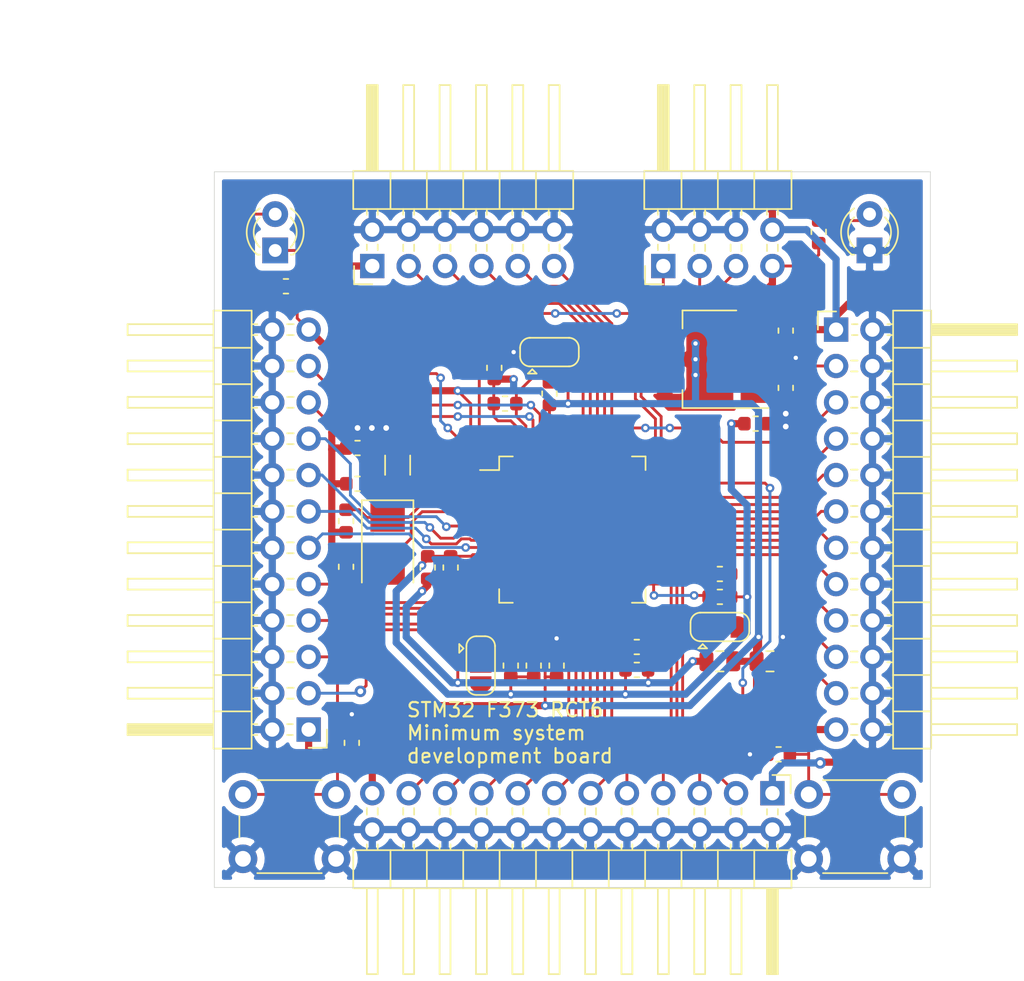
<source format=kicad_pcb>
(kicad_pcb (version 20171130) (host pcbnew "(5.1.6)-1")
  (title_block (title "STM32F373RCT6 - MSDB") (date 2020-11-30) (company "Zenex sp. z o. o."))
  (layers (0 F.Cu signal) (31 B.Cu signal hide) (34 B.Paste user hide) (35 F.Paste user hide) (36 B.SilkS user hide) (37 F.SilkS user hide) (38 B.Mask user hide) (39 F.Mask user hide) (44 Edge.Cuts user))
  (net 0 "")
  (net 1 /STM32F373RCT6/GNDA)
  (net 2 /STM32F373RCT6/VDDA)
  (net 3 "Net-(C2-Pad1)")
  (net 4 "Net-(C3-Pad1)")
  (net 5 "Net-(C4-Pad1)")
  (net 6 "Net-(C5-Pad1)")
  (net 7 /STM32F373RCT6/VREFSD+)
  (net 8 /STM32F373RCT6/VREF+)
  (net 9 /STM32F373RCT6/VREFSD+_external)
  (net 10 /STM32F373RCT6/VREF+_external)
  (net 11 /STM32F373RCT6/BOOT0)
  (net 12 "Net-(R1-Pad2)")
  (net 13 GND)
  (net 14 VDD)
  (net 15 /~uC_RESET)
  (net 16 +5V)
  (net 17 /SWD_DIO)
  (net 18 /SWD_CLK)
  (net 19 /A_15)
  (net 20 /C_10)
  (net 21 /C_11)
  (net 22 /C_12)
  (net 23 /B_9)
  (net 24 /B_8)
  (net 25 /B_7)
  (net 26 /B_6)
  (net 27 /B_5)
  (net 28 /B_4)
  (net 29 /B_3)
  (net 30 /D_2)
  (net 31 /F_7)
  (net 32 /F_6)
  (net 33 /A_12)
  (net 34 /A_11)
  (net 35 /A_10)
  (net 36 /A_9)
  (net 37 /A_8)
  (net 38 /C_9)
  (net 39 /C_8)
  (net 40 /C_7)
  (net 41 /C_6)
  (net 42 /D_8)
  (net 43 /E_9)
  (net 44 /E_8)
  (net 45 /B_2)
  (net 46 /B_1)
  (net 47 /B_0)
  (net 48 /C_5)
  (net 49 /C_4)
  (net 50 /A_7)
  (net 51 /A_6)
  (net 52 /A_5)
  (net 53 /A_4)
  (net 54 /A_3)
  (net 55 /A_2)
  (net 56 /A_1)
  (net 57 /A_0)
  (net 58 /C_3)
  (net 59 /C_2)
  (net 60 /C_1)
  (net 61 /C_0)
  (net 62 /C_13)
  (net 63 /B_15)
  (net 64 /B_14)
  (net 65 "Net-(D1-Pad2)")
  (net 66 "Net-(D2-Pad2)")
  (module Button_Switch_THT:SW_PUSH_6mm_H7.3mm (layer F.Cu) (at 151.2 116.2)
    (fp_text reference SW2 hide)
    (fp_text value SW_F6)
    (pad 1 thru_hole circle (at 6.5 0 90) (size 2 2) (drill 1.1) (layers *.Cu *.Mask) (net 32 /F_6))
    (pad 2 thru_hole circle (at 6.5 4.5 90) (size 2 2) (drill 1.1) (layers *.Cu *.Mask) (net 13 GND))
    (pad 1 thru_hole circle (at 0 0 90) (size 2 2) (drill 1.1) (layers *.Cu *.Mask) (net 32 /F_6))
    (pad 2 thru_hole circle (at 0 4.5 90) (size 2 2) (drill 1.1) (layers *.Cu *.Mask) (net 13 GND))
  )
  (module Button_Switch_THT:SW_PUSH_6mm_H7.3mm (layer F.Cu) (at 111.7 116.2)
    (fp_text reference SW1 hide)
    (fp_text value SW_RESET)
    (pad 1 thru_hole circle (at 6.5 0 90) (size 2 2) (drill 1.1) (layers *.Cu *.Mask) (net 15 /~uC_RESET))
    (pad 2 thru_hole circle (at 6.5 4.5 90) (size 2 2) (drill 1.1) (layers *.Cu *.Mask) (net 13 GND))
    (pad 1 thru_hole circle (at 0 0 90) (size 2 2) (drill 1.1) (layers *.Cu *.Mask) (net 15 /~uC_RESET))
    (pad 2 thru_hole circle (at 0 4.5 90) (size 2 2) (drill 1.1) (layers *.Cu *.Mask) (net 13 GND))
  )
  (module Capacitor_SMD:C_0603_1608Metric (layer F.Cu) (at 149.1 113.4)
    (fp_text reference C19 hide)
    (fp_text value 100n)
    (pad 2 smd roundrect (at 0.7875 0) (size 0.875 0.95) (layers F.Cu F.Paste F.Mask) (net 32 /F_6))
    (pad 1 smd roundrect (at -0.7875 0) (size 0.875 0.95) (layers F.Cu F.Paste F.Mask) (net 13 GND))
  )
  (module Capacitor_SMD:C_0603_1608Metric (layer F.Cu) (at 119.3 112.6 270)
    (fp_text reference C7 hide)
    (fp_text value 100n)
    (pad 2 smd roundrect (at 0.7875 0 270) (size 0.875 0.95) (layers F.Cu F.Paste F.Mask) (net 15 /~uC_RESET))
    (pad 1 smd roundrect (at -0.7875 0 270) (size 0.875 0.95) (layers F.Cu F.Paste F.Mask) (net 13 GND))
  )
  (module Resistor_SMD:R_0603_1608Metric (layer F.Cu) (at 151.9 76.9 90)
    (fp_text reference R5 hide)
    (fp_text value 510)
    (pad 2 smd roundrect (at 0.7875 0 90) (size 0.875 0.95) (layers F.Cu F.Paste F.Mask) (net 66 "Net-(D2-Pad2)"))
    (pad 1 smd roundrect (at -0.7875 0 90) (size 0.875 0.95) (layers F.Cu F.Paste F.Mask) (net 14 VDD))
  )
  (module Resistor_SMD:R_0603_1608Metric (layer F.Cu) (at 114.7 80.7 180)
    (fp_text reference R4 hide)
    (fp_text value 510)
    (pad 2 smd roundrect (at 0.7875 0 180) (size 0.875 0.95) (layers F.Cu F.Paste F.Mask) (net 65 "Net-(D1-Pad2)"))
    (pad 1 smd roundrect (at -0.7875 0 180) (size 0.875 0.95) (layers F.Cu F.Paste F.Mask) (net 14 VDD))
  )
  (module LED_THT:LED_D3.0mm (layer F.Cu) (at 155.45 78.2 90)
    (fp_text reference D2 hide)
    (fp_text value LED)
    (pad 2 thru_hole circle (at 2.54 0 90) (size 1.8 1.8) (drill 0.9) (layers *.Cu *.Mask) (net 66 "Net-(D2-Pad2)"))
    (pad 1 thru_hole rect (at 0 0 90) (size 1.8 1.8) (drill 0.9) (layers *.Cu *.Mask) (net 13 GND))
  )
  (module LED_THT:LED_D3.0mm (layer F.Cu) (at 113.95 78.2 90)
    (fp_text reference D1 hide)
    (fp_text value LED)
    (pad 2 thru_hole circle (at 2.54 0 90) (size 1.8 1.8) (drill 0.9) (layers *.Cu *.Mask) (net 65 "Net-(D1-Pad2)"))
    (pad 1 thru_hole rect (at 0 0 90) (size 1.8 1.8) (drill 0.9) (layers *.Cu *.Mask) (net 62 /C_13))
  )
  (module Capacitor_SMD:C_0603_1608Metric (layer F.Cu) (at 139.2 105.9 180)
    (fp_text reference C9 hide)
    (fp_text value 1u)
    (pad 2 smd roundrect (at 0.7875 0 180) (size 0.875 0.95) (layers F.Cu F.Paste F.Mask) (net 1 /STM32F373RCT6/GNDA))
    (pad 1 smd roundrect (at -0.7875 0 180) (size 0.875 0.95) (layers F.Cu F.Paste F.Mask) (net 2 /STM32F373RCT6/VDDA))
  )
  (module Capacitor_SMD:C_0603_1608Metric (layer F.Cu) (at 139.2 107.5 180)
    (fp_text reference C8 hide)
    (fp_text value 10n)
    (pad 2 smd roundrect (at 0.7875 0 180) (size 0.875 0.95) (layers F.Cu F.Paste F.Mask) (net 1 /STM32F373RCT6/GNDA))
    (pad 1 smd roundrect (at -0.7875 0 180) (size 0.875 0.95) (layers F.Cu F.Paste F.Mask) (net 2 /STM32F373RCT6/VDDA))
  )
  (module Connector_PinHeader_2.54mm:PinHeader_2x12_P2.54mm_Horizontal (layer F.Cu) (at 153.115 83.73)
    (fp_text reference J5 hide)
    (fp_text value Conn_02x12_Odd_Even hide)
    (pad 24 thru_hole oval (at 2.54 27.94) (size 1.7 1.7) (drill 1) (layers *.Cu *.Mask) (net 13 GND))
    (pad 23 thru_hole oval (at 0 27.94) (size 1.7 1.7) (drill 1) (layers *.Cu *.Mask) (net 14 VDD))
    (pad 22 thru_hole oval (at 2.54 25.4) (size 1.7 1.7) (drill 1) (layers *.Cu *.Mask) (net 13 GND))
    (pad 21 thru_hole oval (at 0 25.4) (size 1.7 1.7) (drill 1) (layers *.Cu *.Mask) (net 41 /C_6))
    (pad 20 thru_hole oval (at 2.54 22.86) (size 1.7 1.7) (drill 1) (layers *.Cu *.Mask) (net 13 GND))
    (pad 19 thru_hole oval (at 0 22.86) (size 1.7 1.7) (drill 1) (layers *.Cu *.Mask) (net 40 /C_7))
    (pad 18 thru_hole oval (at 2.54 20.32) (size 1.7 1.7) (drill 1) (layers *.Cu *.Mask) (net 13 GND))
    (pad 17 thru_hole oval (at 0 20.32) (size 1.7 1.7) (drill 1) (layers *.Cu *.Mask) (net 39 /C_8))
    (pad 16 thru_hole oval (at 2.54 17.78) (size 1.7 1.7) (drill 1) (layers *.Cu *.Mask) (net 13 GND))
    (pad 15 thru_hole oval (at 0 17.78) (size 1.7 1.7) (drill 1) (layers *.Cu *.Mask) (net 38 /C_9))
    (pad 14 thru_hole oval (at 2.54 15.24) (size 1.7 1.7) (drill 1) (layers *.Cu *.Mask) (net 13 GND))
    (pad 13 thru_hole oval (at 0 15.24) (size 1.7 1.7) (drill 1) (layers *.Cu *.Mask) (net 37 /A_8))
    (pad 12 thru_hole oval (at 2.54 12.7) (size 1.7 1.7) (drill 1) (layers *.Cu *.Mask) (net 13 GND))
    (pad 11 thru_hole oval (at 0 12.7) (size 1.7 1.7) (drill 1) (layers *.Cu *.Mask) (net 36 /A_9))
    (pad 10 thru_hole oval (at 2.54 10.16) (size 1.7 1.7) (drill 1) (layers *.Cu *.Mask) (net 13 GND))
    (pad 9 thru_hole oval (at 0 10.16) (size 1.7 1.7) (drill 1) (layers *.Cu *.Mask) (net 35 /A_10))
    (pad 8 thru_hole oval (at 2.54 7.62) (size 1.7 1.7) (drill 1) (layers *.Cu *.Mask) (net 13 GND))
    (pad 7 thru_hole oval (at 0 7.62) (size 1.7 1.7) (drill 1) (layers *.Cu *.Mask) (net 34 /A_11))
    (pad 6 thru_hole oval (at 2.54 5.08) (size 1.7 1.7) (drill 1) (layers *.Cu *.Mask) (net 13 GND))
    (pad 5 thru_hole oval (at 0 5.08) (size 1.7 1.7) (drill 1) (layers *.Cu *.Mask) (net 33 /A_12))
    (pad 4 thru_hole oval (at 2.54 2.54) (size 1.7 1.7) (drill 1) (layers *.Cu *.Mask) (net 13 GND))
    (pad 3 thru_hole oval (at 0 2.54) (size 1.7 1.7) (drill 1) (layers *.Cu *.Mask) (net 19 /A_15))
    (pad 2 thru_hole oval (at 2.54 0) (size 1.7 1.7) (drill 1) (layers *.Cu *.Mask) (net 13 GND))
    (pad 1 thru_hole rect (at 0 0) (size 1.7 1.7) (drill 1) (layers *.Cu *.Mask) (net 16 +5V))
  )
  (module Connector_PinHeader_2.54mm:PinHeader_2x12_P2.54mm_Horizontal (layer F.Cu) (at 148.67 116.115 270)
    (fp_text reference J4 hide)
    (fp_text value Conn_02x12_Odd_Even hide)
    (pad 24 thru_hole oval (at 2.54 27.94 270) (size 1.7 1.7) (drill 1) (layers *.Cu *.Mask) (net 13 GND))
    (pad 23 thru_hole oval (at 0 27.94 270) (size 1.7 1.7) (drill 1) (layers *.Cu *.Mask) (net 14 VDD))
    (pad 22 thru_hole oval (at 2.54 25.4 270) (size 1.7 1.7) (drill 1) (layers *.Cu *.Mask) (net 13 GND))
    (pad 21 thru_hole oval (at 0 25.4 270) (size 1.7 1.7) (drill 1) (layers *.Cu *.Mask) (net 49 /C_4))
    (pad 20 thru_hole oval (at 2.54 22.86 270) (size 1.7 1.7) (drill 1) (layers *.Cu *.Mask) (net 13 GND))
    (pad 19 thru_hole oval (at 0 22.86 270) (size 1.7 1.7) (drill 1) (layers *.Cu *.Mask) (net 48 /C_5))
    (pad 18 thru_hole oval (at 2.54 20.32 270) (size 1.7 1.7) (drill 1) (layers *.Cu *.Mask) (net 13 GND))
    (pad 17 thru_hole oval (at 0 20.32 270) (size 1.7 1.7) (drill 1) (layers *.Cu *.Mask) (net 47 /B_0))
    (pad 16 thru_hole oval (at 2.54 17.78 270) (size 1.7 1.7) (drill 1) (layers *.Cu *.Mask) (net 13 GND))
    (pad 15 thru_hole oval (at 0 17.78 270) (size 1.7 1.7) (drill 1) (layers *.Cu *.Mask) (net 46 /B_1))
    (pad 14 thru_hole oval (at 2.54 15.24 270) (size 1.7 1.7) (drill 1) (layers *.Cu *.Mask) (net 13 GND))
    (pad 13 thru_hole oval (at 0 15.24 270) (size 1.7 1.7) (drill 1) (layers *.Cu *.Mask) (net 45 /B_2))
    (pad 12 thru_hole oval (at 2.54 12.7 270) (size 1.7 1.7) (drill 1) (layers *.Cu *.Mask) (net 13 GND))
    (pad 11 thru_hole oval (at 0 12.7 270) (size 1.7 1.7) (drill 1) (layers *.Cu *.Mask) (net 44 /E_8))
    (pad 10 thru_hole oval (at 2.54 10.16 270) (size 1.7 1.7) (drill 1) (layers *.Cu *.Mask) (net 13 GND))
    (pad 9 thru_hole oval (at 0 10.16 270) (size 1.7 1.7) (drill 1) (layers *.Cu *.Mask) (net 43 /E_9))
    (pad 8 thru_hole oval (at 2.54 7.62 270) (size 1.7 1.7) (drill 1) (layers *.Cu *.Mask) (net 13 GND))
    (pad 7 thru_hole oval (at 0 7.62 270) (size 1.7 1.7) (drill 1) (layers *.Cu *.Mask) (net 64 /B_14))
    (pad 6 thru_hole oval (at 2.54 5.08 270) (size 1.7 1.7) (drill 1) (layers *.Cu *.Mask) (net 13 GND))
    (pad 5 thru_hole oval (at 0 5.08 270) (size 1.7 1.7) (drill 1) (layers *.Cu *.Mask) (net 63 /B_15))
    (pad 4 thru_hole oval (at 2.54 2.54 270) (size 1.7 1.7) (drill 1) (layers *.Cu *.Mask) (net 13 GND))
    (pad 3 thru_hole oval (at 0 2.54 270) (size 1.7 1.7) (drill 1) (layers *.Cu *.Mask) (net 42 /D_8))
    (pad 2 thru_hole oval (at 2.54 0 270) (size 1.7 1.7) (drill 1) (layers *.Cu *.Mask) (net 13 GND))
    (pad 1 thru_hole rect (at 0 0 270) (size 1.7 1.7) (drill 1) (layers *.Cu *.Mask) (net 16 +5V))
  )
  (module Connector_PinHeader_2.54mm:PinHeader_2x12_P2.54mm_Horizontal (layer F.Cu) (at 116.285 111.67 180)
    (fp_text reference J3 hide)
    (fp_text value Conn_02x12_Odd_Even hide)
    (pad 1 thru_hole rect (at 0 0 180) (size 1.7 1.7) (drill 1) (layers *.Cu *.Mask) (net 16 +5V))
    (pad 2 thru_hole oval (at 2.54 0 180) (size 1.7 1.7) (drill 1) (layers *.Cu *.Mask) (net 13 GND))
    (pad 3 thru_hole oval (at 0 2.54 180) (size 1.7 1.7) (drill 1) (layers *.Cu *.Mask) (net 54 /A_3))
    (pad 4 thru_hole oval (at 2.54 2.54 180) (size 1.7 1.7) (drill 1) (layers *.Cu *.Mask) (net 13 GND))
    (pad 5 thru_hole oval (at 0 5.08 180) (size 1.7 1.7) (drill 1) (layers *.Cu *.Mask) (net 55 /A_2))
    (pad 6 thru_hole oval (at 2.54 5.08 180) (size 1.7 1.7) (drill 1) (layers *.Cu *.Mask) (net 13 GND))
    (pad 7 thru_hole oval (at 0 7.62 180) (size 1.7 1.7) (drill 1) (layers *.Cu *.Mask) (net 56 /A_1))
    (pad 8 thru_hole oval (at 2.54 7.62 180) (size 1.7 1.7) (drill 1) (layers *.Cu *.Mask) (net 13 GND))
    (pad 9 thru_hole oval (at 0 10.16 180) (size 1.7 1.7) (drill 1) (layers *.Cu *.Mask) (net 57 /A_0))
    (pad 10 thru_hole oval (at 2.54 10.16 180) (size 1.7 1.7) (drill 1) (layers *.Cu *.Mask) (net 13 GND))
    (pad 11 thru_hole oval (at 0 12.7 180) (size 1.7 1.7) (drill 1) (layers *.Cu *.Mask) (net 58 /C_3))
    (pad 12 thru_hole oval (at 2.54 12.7 180) (size 1.7 1.7) (drill 1) (layers *.Cu *.Mask) (net 13 GND))
    (pad 13 thru_hole oval (at 0 15.24 180) (size 1.7 1.7) (drill 1) (layers *.Cu *.Mask) (net 59 /C_2))
    (pad 14 thru_hole oval (at 2.54 15.24 180) (size 1.7 1.7) (drill 1) (layers *.Cu *.Mask) (net 13 GND))
    (pad 15 thru_hole oval (at 0 17.78 180) (size 1.7 1.7) (drill 1) (layers *.Cu *.Mask) (net 60 /C_1))
    (pad 16 thru_hole oval (at 2.54 17.78 180) (size 1.7 1.7) (drill 1) (layers *.Cu *.Mask) (net 13 GND))
    (pad 17 thru_hole oval (at 0 20.32 180) (size 1.7 1.7) (drill 1) (layers *.Cu *.Mask) (net 61 /C_0))
    (pad 18 thru_hole oval (at 2.54 20.32 180) (size 1.7 1.7) (drill 1) (layers *.Cu *.Mask) (net 13 GND))
    (pad 19 thru_hole oval (at 0 22.86 180) (size 1.7 1.7) (drill 1) (layers *.Cu *.Mask) (net 23 /B_9))
    (pad 20 thru_hole oval (at 2.54 22.86 180) (size 1.7 1.7) (drill 1) (layers *.Cu *.Mask) (net 13 GND))
    (pad 21 thru_hole oval (at 0 25.4 180) (size 1.7 1.7) (drill 1) (layers *.Cu *.Mask) (net 24 /B_8))
    (pad 22 thru_hole oval (at 2.54 25.4 180) (size 1.7 1.7) (drill 1) (layers *.Cu *.Mask) (net 13 GND))
    (pad 23 thru_hole oval (at 0 27.94 180) (size 1.7 1.7) (drill 1) (layers *.Cu *.Mask) (net 14 VDD))
    (pad 24 thru_hole oval (at 2.54 27.94 180) (size 1.7 1.7) (drill 1) (layers *.Cu *.Mask) (net 13 GND))
  )
  (module Connector_PinHeader_2.54mm:PinHeader_2x06_P2.54mm_Horizontal (layer F.Cu) (at 120.73 79.285 90)
    (fp_text reference J2 hide)
    (fp_text value Conn_02x06_Odd_Even hide)
    (pad 12 thru_hole oval (at 2.54 12.7 90) (size 1.7 1.7) (drill 1) (layers *.Cu *.Mask) (net 13 GND))
    (pad 11 thru_hole oval (at 0 12.7 90) (size 1.7 1.7) (drill 1) (layers *.Cu *.Mask) (net 20 /C_10))
    (pad 10 thru_hole oval (at 2.54 10.16 90) (size 1.7 1.7) (drill 1) (layers *.Cu *.Mask) (net 13 GND))
    (pad 9 thru_hole oval (at 0 10.16 90) (size 1.7 1.7) (drill 1) (layers *.Cu *.Mask) (net 21 /C_11))
    (pad 8 thru_hole oval (at 2.54 7.62 90) (size 1.7 1.7) (drill 1) (layers *.Cu *.Mask) (net 13 GND))
    (pad 7 thru_hole oval (at 0 7.62 90) (size 1.7 1.7) (drill 1) (layers *.Cu *.Mask) (net 22 /C_12))
    (pad 6 thru_hole oval (at 2.54 5.08 90) (size 1.7 1.7) (drill 1) (layers *.Cu *.Mask) (net 13 GND))
    (pad 5 thru_hole oval (at 0 5.08 90) (size 1.7 1.7) (drill 1) (layers *.Cu *.Mask) (net 30 /D_2))
    (pad 4 thru_hole oval (at 2.54 2.54 90) (size 1.7 1.7) (drill 1) (layers *.Cu *.Mask) (net 13 GND))
    (pad 3 thru_hole oval (at 0 2.54 90) (size 1.7 1.7) (drill 1) (layers *.Cu *.Mask) (net 29 /B_3))
    (pad 2 thru_hole oval (at 2.54 0 90) (size 1.7 1.7) (drill 1) (layers *.Cu *.Mask) (net 13 GND))
    (pad 1 thru_hole rect (at 0 0 90) (size 1.7 1.7) (drill 1) (layers *.Cu *.Mask) (net 16 +5V))
  )
  (module Inductor_SMD:L_0805_2012Metric (layer F.Cu) (at 145 106.9)
    (fp_text reference L1 hide)
    (fp_text value 10u)
    (pad 2 smd roundrect (at 0.9375 0) (size 0.975 1.4) (layers F.Cu F.Paste F.Mask) (net 14 VDD))
    (pad 1 smd roundrect (at -0.9375 0) (size 0.975 1.4) (layers F.Cu F.Paste F.Mask) (net 2 /STM32F373RCT6/VDDA))
  )
  (module Capacitor_SMD:C_0603_1608Metric (layer F.Cu) (at 149.6 87.8 270)
    (fp_text reference C18 hide)
    (fp_text value 1u)
    (pad 2 smd roundrect (at 0.7875 0 270) (size 0.875 0.95) (layers F.Cu F.Paste F.Mask) (net 13 GND))
    (pad 1 smd roundrect (at -0.7875 0 270) (size 0.875 0.95) (layers F.Cu F.Paste F.Mask) (net 14 VDD))
  )
  (module Capacitor_SMD:C_0603_1608Metric (layer F.Cu) (at 149.6 83.8 270)
    (fp_text reference C17 hide)
    (fp_text value 10n)
    (pad 2 smd roundrect (at 0.7875 0 270) (size 0.875 0.95) (layers F.Cu F.Paste F.Mask) (net 13 GND))
    (pad 1 smd roundrect (at -0.7875 0 270) (size 0.875 0.95) (layers F.Cu F.Paste F.Mask) (net 16 +5V))
  )
  (module Package_TO_SOT_SMD:SOT-223-3_TabPin2 (layer F.Cu) (at 144.3 85.8 180)
    (fp_text reference U2 hide)
    (fp_text value LM1117-3.3)
    (pad 1 smd rect (at -3.15 -2.3 180) (size 2 1.5) (layers F.Cu F.Paste F.Mask) (net 13 GND))
    (pad 3 smd rect (at -3.15 2.3 180) (size 2 1.5) (layers F.Cu F.Paste F.Mask) (net 16 +5V))
    (pad 2 smd rect (at -3.15 0 180) (size 2 1.5) (layers F.Cu F.Paste F.Mask) (net 14 VDD))
    (pad 2 smd rect (at 3.15 0 180) (size 2 3.8) (layers F.Cu F.Paste F.Mask) (net 14 VDD))
  )
  (module Resistor_SMD:R_0603_1608Metric (layer F.Cu) (at 147.5 90.3 180)
    (fp_text reference R3 hide)
    (fp_text value 0)
    (pad 2 smd roundrect (at 0.7875 0 180) (size 0.875 0.95) (layers F.Cu F.Paste F.Mask) (net 1 /STM32F373RCT6/GNDA))
    (pad 1 smd roundrect (at -0.7875 0 180) (size 0.875 0.95) (layers F.Cu F.Paste F.Mask) (net 13 GND))
  )
  (module Connector_PinHeader_2.54mm:PinHeader_2x04_P2.54mm_Horizontal (layer F.Cu) (at 141.05 79.285 90)
    (fp_text reference J1 hide)
    (fp_text value Conn_02x04_Odd_Even hide)
    (pad 8 thru_hole oval (at 2.54 7.62 90) (size 1.7 1.7) (drill 1) (layers *.Cu *.Mask) (net 16 +5V))
    (pad 7 thru_hole oval (at 0 7.62 90) (size 1.7 1.7) (drill 1) (layers *.Cu *.Mask) (net 14 VDD))
    (pad 6 thru_hole oval (at 2.54 5.08 90) (size 1.7 1.7) (drill 1) (layers *.Cu *.Mask) (net 13 GND))
    (pad 5 thru_hole oval (at 0 5.08 90) (size 1.7 1.7) (drill 1) (layers *.Cu *.Mask) (net 17 /SWD_DIO))
    (pad 4 thru_hole oval (at 2.54 2.54 90) (size 1.7 1.7) (drill 1) (layers *.Cu *.Mask) (net 13 GND))
    (pad 3 thru_hole oval (at 0 2.54 90) (size 1.7 1.7) (drill 1) (layers *.Cu *.Mask) (net 18 /SWD_CLK))
    (pad 2 thru_hole oval (at 2.54 0 90) (size 1.7 1.7) (drill 1) (layers *.Cu *.Mask) (net 13 GND))
    (pad 1 thru_hole rect (at 0 0 90) (size 1.7 1.7) (drill 1) (layers *.Cu *.Mask) (net 15 /~uC_RESET))
  )
  (module Crystal:Crystal_SMD_3215-2Pin_3.2x1.5mm (layer F.Cu) (at 122.5 93.2 90)
    (fp_text reference Y2 hide)
    (fp_text value 32768)
    (pad 2 smd rect (at -1.25 0 90) (size 1 1.8) (layers F.Cu F.Paste F.Mask) (net 6 "Net-(C5-Pad1)"))
    (pad 1 smd rect (at 1.25 0 90) (size 1 1.8) (layers F.Cu F.Paste F.Mask) (net 5 "Net-(C4-Pad1)"))
  )
  (module Crystal:Crystal_SMD_5032-2Pin_5.0x3.2mm (layer F.Cu) (at 121.8 98.7 270)
    (fp_text reference Y1 hide)
    (fp_text value 8M)
    (pad 2 smd rect (at 1.85 0 270) (size 2 2.4) (layers F.Cu F.Paste F.Mask) (net 4 "Net-(C3-Pad1)"))
    (pad 1 smd rect (at -1.85 0 270) (size 2 2.4) (layers F.Cu F.Paste F.Mask) (net 3 "Net-(C2-Pad1)"))
  )
  (module Package_QFP:LQFP-64_10x10mm_P0.5mm (layer F.Cu) (at 134.7 97.7)
    (fp_text reference U1 hide)
    (fp_text value STM32F373RCTx)
    (pad 64 smd roundrect (at -3.75 -5.675) (size 0.3 1.55) (layers F.Cu F.Paste F.Mask) (net 14 VDD))
    (pad 63 smd roundrect (at -3.25 -5.675) (size 0.3 1.55) (layers F.Cu F.Paste F.Mask) (net 13 GND))
    (pad 62 smd roundrect (at -2.75 -5.675) (size 0.3 1.55) (layers F.Cu F.Paste F.Mask) (net 23 /B_9))
    (pad 61 smd roundrect (at -2.25 -5.675) (size 0.3 1.55) (layers F.Cu F.Paste F.Mask) (net 24 /B_8))
    (pad 60 smd roundrect (at -1.75 -5.675) (size 0.3 1.55) (layers F.Cu F.Paste F.Mask) (net 12 "Net-(R1-Pad2)"))
    (pad 59 smd roundrect (at -1.25 -5.675) (size 0.3 1.55) (layers F.Cu F.Paste F.Mask) (net 25 /B_7))
    (pad 58 smd roundrect (at -0.75 -5.675) (size 0.3 1.55) (layers F.Cu F.Paste F.Mask) (net 26 /B_6))
    (pad 57 smd roundrect (at -0.25 -5.675) (size 0.3 1.55) (layers F.Cu F.Paste F.Mask) (net 27 /B_5))
    (pad 56 smd roundrect (at 0.25 -5.675) (size 0.3 1.55) (layers F.Cu F.Paste F.Mask) (net 28 /B_4))
    (pad 55 smd roundrect (at 0.75 -5.675) (size 0.3 1.55) (layers F.Cu F.Paste F.Mask) (net 29 /B_3))
    (pad 54 smd roundrect (at 1.25 -5.675) (size 0.3 1.55) (layers F.Cu F.Paste F.Mask) (net 30 /D_2))
    (pad 53 smd roundrect (at 1.75 -5.675) (size 0.3 1.55) (layers F.Cu F.Paste F.Mask) (net 22 /C_12))
    (pad 52 smd roundrect (at 2.25 -5.675) (size 0.3 1.55) (layers F.Cu F.Paste F.Mask) (net 21 /C_11))
    (pad 51 smd roundrect (at 2.75 -5.675) (size 0.3 1.55) (layers F.Cu F.Paste F.Mask) (net 20 /C_10))
    (pad 50 smd roundrect (at 3.25 -5.675) (size 0.3 1.55) (layers F.Cu F.Paste F.Mask) (net 19 /A_15))
    (pad 49 smd roundrect (at 3.75 -5.675) (size 0.3 1.55) (layers F.Cu F.Paste F.Mask) (net 18 /SWD_CLK))
    (pad 48 smd roundrect (at 5.675 -3.75) (size 1.55 0.3) (layers F.Cu F.Paste F.Mask) (net 31 /F_7))
    (pad 47 smd roundrect (at 5.675 -3.25) (size 1.55 0.3) (layers F.Cu F.Paste F.Mask) (net 32 /F_6))
    (pad 46 smd roundrect (at 5.675 -2.75) (size 1.55 0.3) (layers F.Cu F.Paste F.Mask) (net 17 /SWD_DIO))
    (pad 45 smd roundrect (at 5.675 -2.25) (size 1.55 0.3) (layers F.Cu F.Paste F.Mask) (net 33 /A_12))
    (pad 44 smd roundrect (at 5.675 -1.75) (size 1.55 0.3) (layers F.Cu F.Paste F.Mask) (net 34 /A_11))
    (pad 43 smd roundrect (at 5.675 -1.25) (size 1.55 0.3) (layers F.Cu F.Paste F.Mask) (net 35 /A_10))
    (pad 42 smd roundrect (at 5.675 -0.75) (size 1.55 0.3) (layers F.Cu F.Paste F.Mask) (net 36 /A_9))
    (pad 41 smd roundrect (at 5.675 -0.25) (size 1.55 0.3) (layers F.Cu F.Paste F.Mask) (net 37 /A_8))
    (pad 40 smd roundrect (at 5.675 0.25) (size 1.55 0.3) (layers F.Cu F.Paste F.Mask) (net 38 /C_9))
    (pad 39 smd roundrect (at 5.675 0.75) (size 1.55 0.3) (layers F.Cu F.Paste F.Mask) (net 39 /C_8))
    (pad 38 smd roundrect (at 5.675 1.25) (size 1.55 0.3) (layers F.Cu F.Paste F.Mask) (net 40 /C_7))
    (pad 37 smd roundrect (at 5.675 1.75) (size 1.55 0.3) (layers F.Cu F.Paste F.Mask) (net 41 /C_6))
    (pad 36 smd roundrect (at 5.675 2.25) (size 1.55 0.3) (layers F.Cu F.Paste F.Mask) (net 42 /D_8))
    (pad 35 smd roundrect (at 5.675 2.75) (size 1.55 0.3) (layers F.Cu F.Paste F.Mask) (net 63 /B_15))
    (pad 34 smd roundrect (at 5.675 3.25) (size 1.55 0.3) (layers F.Cu F.Paste F.Mask) (net 64 /B_14))
    (pad 33 smd roundrect (at 5.675 3.75) (size 1.55 0.3) (layers F.Cu F.Paste F.Mask) (net 7 /STM32F373RCT6/VREFSD+))
    (pad 32 smd roundrect (at 3.75 5.675) (size 0.3 1.55) (layers F.Cu F.Paste F.Mask) (net 2 /STM32F373RCT6/VDDA))
    (pad 31 smd roundrect (at 3.25 5.675) (size 0.3 1.55) (layers F.Cu F.Paste F.Mask) (net 1 /STM32F373RCT6/GNDA))
    (pad 30 smd roundrect (at 2.75 5.675) (size 0.3 1.55) (layers F.Cu F.Paste F.Mask) (net 43 /E_9))
    (pad 29 smd roundrect (at 2.25 5.675) (size 0.3 1.55) (layers F.Cu F.Paste F.Mask) (net 44 /E_8))
    (pad 28 smd roundrect (at 1.75 5.675) (size 0.3 1.55) (layers F.Cu F.Paste F.Mask) (net 45 /B_2))
    (pad 27 smd roundrect (at 1.25 5.675) (size 0.3 1.55) (layers F.Cu F.Paste F.Mask) (net 46 /B_1))
    (pad 26 smd roundrect (at 0.75 5.675) (size 0.3 1.55) (layers F.Cu F.Paste F.Mask) (net 47 /B_0))
    (pad 25 smd roundrect (at 0.25 5.675) (size 0.3 1.55) (layers F.Cu F.Paste F.Mask) (net 48 /C_5))
    (pad 24 smd roundrect (at -0.25 5.675) (size 0.3 1.55) (layers F.Cu F.Paste F.Mask) (net 49 /C_4))
    (pad 23 smd roundrect (at -0.75 5.675) (size 0.3 1.55) (layers F.Cu F.Paste F.Mask) (net 50 /A_7))
    (pad 22 smd roundrect (at -1.25 5.675) (size 0.3 1.55) (layers F.Cu F.Paste F.Mask) (net 51 /A_6))
    (pad 21 smd roundrect (at -1.75 5.675) (size 0.3 1.55) (layers F.Cu F.Paste F.Mask) (net 52 /A_5))
    (pad 20 smd roundrect (at -2.25 5.675) (size 0.3 1.55) (layers F.Cu F.Paste F.Mask) (net 53 /A_4))
    (pad 19 smd roundrect (at -2.75 5.675) (size 0.3 1.55) (layers F.Cu F.Paste F.Mask) (net 14 VDD))
    (pad 18 smd roundrect (at -3.25 5.675) (size 0.3 1.55) (layers F.Cu F.Paste F.Mask) (net 54 /A_3))
    (pad 17 smd roundrect (at -3.75 5.675) (size 0.3 1.55) (layers F.Cu F.Paste F.Mask) (net 8 /STM32F373RCT6/VREF+))
    (pad 16 smd roundrect (at -5.675 3.75) (size 1.55 0.3) (layers F.Cu F.Paste F.Mask) (net 55 /A_2))
    (pad 15 smd roundrect (at -5.675 3.25) (size 1.55 0.3) (layers F.Cu F.Paste F.Mask) (net 56 /A_1))
    (pad 14 smd roundrect (at -5.675 2.75) (size 1.55 0.3) (layers F.Cu F.Paste F.Mask) (net 57 /A_0))
    (pad 13 smd roundrect (at -5.675 2.25) (size 1.55 0.3) (layers F.Cu F.Paste F.Mask) (net 2 /STM32F373RCT6/VDDA))
    (pad 12 smd roundrect (at -5.675 1.75) (size 1.55 0.3) (layers F.Cu F.Paste F.Mask) (net 1 /STM32F373RCT6/GNDA))
    (pad 11 smd roundrect (at -5.675 1.25) (size 1.55 0.3) (layers F.Cu F.Paste F.Mask) (net 58 /C_3))
    (pad 10 smd roundrect (at -5.675 0.75) (size 1.55 0.3) (layers F.Cu F.Paste F.Mask) (net 59 /C_2))
    (pad 9 smd roundrect (at -5.675 0.25) (size 1.55 0.3) (layers F.Cu F.Paste F.Mask) (net 60 /C_1))
    (pad 8 smd roundrect (at -5.675 -0.25) (size 1.55 0.3) (layers F.Cu F.Paste F.Mask) (net 61 /C_0))
    (pad 7 smd roundrect (at -5.675 -0.75) (size 1.55 0.3) (layers F.Cu F.Paste F.Mask) (net 15 /~uC_RESET))
    (pad 6 smd roundrect (at -5.675 -1.25) (size 1.55 0.3) (layers F.Cu F.Paste F.Mask) (net 4 "Net-(C3-Pad1)"))
    (pad 5 smd roundrect (at -5.675 -1.75) (size 1.55 0.3) (layers F.Cu F.Paste F.Mask) (net 3 "Net-(C2-Pad1)"))
    (pad 4 smd roundrect (at -5.675 -2.25) (size 1.55 0.3) (layers F.Cu F.Paste F.Mask) (net 6 "Net-(C5-Pad1)"))
    (pad 3 smd roundrect (at -5.675 -2.75) (size 1.55 0.3) (layers F.Cu F.Paste F.Mask) (net 5 "Net-(C4-Pad1)"))
    (pad 2 smd roundrect (at -5.675 -3.25) (size 1.55 0.3) (layers F.Cu F.Paste F.Mask) (net 62 /C_13))
    (pad 1 smd roundrect (at -5.675 -3.75) (size 1.55 0.3) (layers F.Cu F.Paste F.Mask) (net 14 VDD))
  )
  (module Resistor_SMD:R_0603_1608Metric (layer F.Cu) (at 129.25 86.4 270)
    (fp_text reference R2 hide)
    (fp_text value 10K)
    (pad 2 smd roundrect (at 0.7875 0 270) (size 0.875 0.95) (layers F.Cu F.Paste F.Mask) (net 14 VDD))
    (pad 1 smd roundrect (at -0.7875 0 270) (size 0.875 0.95) (layers F.Cu F.Paste F.Mask) (net 15 /~uC_RESET))
  )
  (module Resistor_SMD:R_0603_1608Metric (layer F.Cu) (at 133.1 88.2 270)
    (fp_text reference R1 hide)
    (fp_text value 10K)
    (pad 2 smd roundrect (at 0.7875 0 270) (size 0.875 0.95) (layers F.Cu F.Paste F.Mask) (net 12 "Net-(R1-Pad2)"))
    (pad 1 smd roundrect (at -0.7875 0 270) (size 0.875 0.95) (layers F.Cu F.Paste F.Mask) (net 11 /STM32F373RCT6/BOOT0))
  )
  (module Jumper:SolderJumper-3_P1.3mm_Open_RoundedPad1.0x1.5mm (layer F.Cu) (at 133.1 85.3)
    (fp_text reference JP3 hide)
    (fp_text value Jumper_BOOT0 hide)
    (pad 2 smd rect (at 0 0) (size 1 1.5) (layers F.Cu F.Mask) (net 11 /STM32F373RCT6/BOOT0))
    (pad 3 smd custom (at 1.3 0) (size 1 0.5) (layers F.Cu F.Mask) (net 14 VDD) (options (clearance outline) (anchor rect)) (primitives (gr_circle (center 0 0.25) (end 0.5 0.25) (width 0)) (gr_circle (center 0 -0.25) (end 0.5 -0.25) (width 0)) (gr_poly (pts (xy -0.55 -0.75) (xy 0 -0.75) (xy 0 0.75) (xy -0.55 0.75)) (width 0))))
    (pad 1 smd custom (at -1.3 0) (size 1 0.5) (layers F.Cu F.Mask) (net 13 GND) (options (clearance outline) (anchor rect)) (primitives (gr_circle (center 0 0.25) (end 0.5 0.25) (width 0)) (gr_circle (center 0 -0.25) (end 0.5 -0.25) (width 0)) (gr_poly (pts (xy 0.55 -0.75) (xy 0 -0.75) (xy 0 0.75) (xy 0.55 0.75)) (width 0))))
  )
  (module Jumper:SolderJumper-3_P1.3mm_Open_RoundedPad1.0x1.5mm (layer F.Cu) (at 128.3 107.2 270)
    (fp_text reference JP2 hide)
    (fp_text value Jumper_VREF hide)
    (pad 2 smd rect (at 0 0 270) (size 1 1.5) (layers F.Cu F.Mask) (net 8 /STM32F373RCT6/VREF+))
    (pad 3 smd custom (at 1.3 0 270) (size 1 0.5) (layers F.Cu F.Mask) (net 10 /STM32F373RCT6/VREF+_external) (options (clearance outline) (anchor rect)) (primitives (gr_circle (center 0 0.25) (end 0.5 0.25) (width 0)) (gr_circle (center 0 -0.25) (end 0.5 -0.25) (width 0)) (gr_poly (pts (xy -0.55 -0.75) (xy 0 -0.75) (xy 0 0.75) (xy -0.55 0.75)) (width 0))))
    (pad 1 smd custom (at -1.3 0 270) (size 1 0.5) (layers F.Cu F.Mask) (net 2 /STM32F373RCT6/VDDA) (options (clearance outline) (anchor rect)) (primitives (gr_circle (center 0 0.25) (end 0.5 0.25) (width 0)) (gr_circle (center 0 -0.25) (end 0.5 -0.25) (width 0)) (gr_poly (pts (xy 0.55 -0.75) (xy 0 -0.75) (xy 0 0.75) (xy 0.55 0.75)) (width 0))))
  )
  (module Jumper:SolderJumper-3_P1.3mm_Open_RoundedPad1.0x1.5mm (layer F.Cu) (at 145 104.5)
    (fp_text reference JP1 hide)
    (fp_text value Jumper_VREFSD hide)
    (pad 2 smd rect (at 0 0) (size 1 1.5) (layers F.Cu F.Mask) (net 7 /STM32F373RCT6/VREFSD+))
    (pad 3 smd custom (at 1.3 0) (size 1 0.5) (layers F.Cu F.Mask) (net 9 /STM32F373RCT6/VREFSD+_external) (options (clearance outline) (anchor rect)) (primitives (gr_circle (center 0 0.25) (end 0.5 0.25) (width 0)) (gr_circle (center 0 -0.25) (end 0.5 -0.25) (width 0)) (gr_poly (pts (xy -0.55 -0.75) (xy 0 -0.75) (xy 0 0.75) (xy -0.55 0.75)) (width 0))))
    (pad 1 smd custom (at -1.3 0) (size 1 0.5) (layers F.Cu F.Mask) (net 2 /STM32F373RCT6/VDDA) (options (clearance outline) (anchor rect)) (primitives (gr_circle (center 0 0.25) (end 0.5 0.25) (width 0)) (gr_circle (center 0 -0.25) (end 0.5 -0.25) (width 0)) (gr_poly (pts (xy 0.55 -0.75) (xy 0 -0.75) (xy 0 0.75) (xy 0.55 0.75)) (width 0))))
  )
  (module Capacitor_SMD:C_0805_2012Metric (layer F.Cu) (at 148.5 106.9)
    (fp_text reference C16 hide)
    (fp_text value 4,7u)
    (pad 2 smd roundrect (at 0.9375 0) (size 0.975 1.4) (layers F.Cu F.Paste F.Mask) (net 13 GND))
    (pad 1 smd roundrect (at -0.9375 0) (size 0.975 1.4) (layers F.Cu F.Paste F.Mask) (net 14 VDD))
  )
  (module Capacitor_SMD:C_0603_1608Metric (layer F.Cu) (at 130 88.9)
    (fp_text reference C15 hide)
    (fp_text value 100n)
    (pad 2 smd roundrect (at 0.7875 0) (size 0.875 0.95) (layers F.Cu F.Paste F.Mask) (net 13 GND))
    (pad 1 smd roundrect (at -0.7875 0) (size 0.875 0.95) (layers F.Cu F.Paste F.Mask) (net 14 VDD))
  )
  (module Capacitor_SMD:C_0603_1608Metric (layer F.Cu) (at 133.6 107.2 90)
    (fp_text reference C14 hide)
    (fp_text value 100n)
    (pad 2 smd roundrect (at 0.7875 0 90) (size 0.875 0.95) (layers F.Cu F.Paste F.Mask) (net 13 GND))
    (pad 1 smd roundrect (at -0.7875 0 90) (size 0.875 0.95) (layers F.Cu F.Paste F.Mask) (net 14 VDD))
  )
  (module Capacitor_SMD:C_0603_1608Metric (layer F.Cu) (at 132 107.2 270)
    (fp_text reference C13 hide)
    (fp_text value 1u)
    (pad 2 smd roundrect (at 0.7875 0 270) (size 0.875 0.95) (layers F.Cu F.Paste F.Mask) (net 1 /STM32F373RCT6/GNDA))
    (pad 1 smd roundrect (at -0.7875 0 270) (size 0.875 0.95) (layers F.Cu F.Paste F.Mask) (net 8 /STM32F373RCT6/VREF+))
  )
  (module Capacitor_SMD:C_0603_1608Metric (layer F.Cu) (at 130.4 107.2 270)
    (fp_text reference C12 hide)
    (fp_text value 10n)
    (pad 2 smd roundrect (at 0.7875 0 270) (size 0.875 0.95) (layers F.Cu F.Paste F.Mask) (net 1 /STM32F373RCT6/GNDA))
    (pad 1 smd roundrect (at -0.7875 0 270) (size 0.875 0.95) (layers F.Cu F.Paste F.Mask) (net 8 /STM32F373RCT6/VREF+))
  )
  (module Capacitor_SMD:C_0603_1608Metric (layer F.Cu) (at 145 100.8)
    (fp_text reference C11 hide)
    (fp_text value 1u)
    (pad 2 smd roundrect (at 0.7875 0) (size 0.875 0.95) (layers F.Cu F.Paste F.Mask) (net 1 /STM32F373RCT6/GNDA))
    (pad 1 smd roundrect (at -0.7875 0) (size 0.875 0.95) (layers F.Cu F.Paste F.Mask) (net 7 /STM32F373RCT6/VREFSD+))
  )
  (module Capacitor_SMD:C_0603_1608Metric (layer F.Cu) (at 145 102.4)
    (fp_text reference C10 hide)
    (fp_text value 10n)
    (pad 2 smd roundrect (at 0.7875 0) (size 0.875 0.95) (layers F.Cu F.Paste F.Mask) (net 1 /STM32F373RCT6/GNDA))
    (pad 1 smd roundrect (at -0.7875 0) (size 0.875 0.95) (layers F.Cu F.Paste F.Mask) (net 7 /STM32F373RCT6/VREFSD+))
  )
  (module Capacitor_SMD:C_0603_1608Metric (layer F.Cu) (at 124.6 100.35 90)
    (fp_text reference C6 hide)
    (fp_text value 1u)
    (pad 2 smd roundrect (at 0.7875 0 90) (size 0.875 0.95) (layers F.Cu F.Paste F.Mask) (net 1 /STM32F373RCT6/GNDA))
    (pad 1 smd roundrect (at -0.7875 0 90) (size 0.875 0.95) (layers F.Cu F.Paste F.Mask) (net 2 /STM32F373RCT6/VDDA))
  )
  (module Capacitor_SMD:C_0603_1608Metric (layer F.Cu) (at 119.7 94.5 180)
    (fp_text reference C5 hide)
    (fp_text value 12p)
    (pad 2 smd roundrect (at 0.7875 0 180) (size 0.875 0.95) (layers F.Cu F.Paste F.Mask) (net 13 GND))
    (pad 1 smd roundrect (at -0.7875 0 180) (size 0.875 0.95) (layers F.Cu F.Paste F.Mask) (net 6 "Net-(C5-Pad1)"))
  )
  (module Capacitor_SMD:C_0603_1608Metric (layer F.Cu) (at 119.7 92 180)
    (fp_text reference C4 hide)
    (fp_text value 12p)
    (pad 2 smd roundrect (at 0.7875 0 180) (size 0.875 0.95) (layers F.Cu F.Paste F.Mask) (net 13 GND))
    (pad 1 smd roundrect (at -0.7875 0 180) (size 0.875 0.95) (layers F.Cu F.Paste F.Mask) (net 5 "Net-(C4-Pad1)"))
  )
  (module Capacitor_SMD:C_0603_1608Metric (layer F.Cu) (at 118.9 100.3 90)
    (fp_text reference C3 hide)
    (fp_text value 22p)
    (pad 2 smd roundrect (at 0.7875 0 90) (size 0.875 0.95) (layers F.Cu F.Paste F.Mask) (net 13 GND))
    (pad 1 smd roundrect (at -0.7875 0 90) (size 0.875 0.95) (layers F.Cu F.Paste F.Mask) (net 4 "Net-(C3-Pad1)"))
  )
  (module Capacitor_SMD:C_0603_1608Metric (layer F.Cu) (at 118.9 97.1 270)
    (fp_text reference C2 hide)
    (fp_text value 22p)
    (pad 2 smd roundrect (at 0.7875 0 270) (size 0.875 0.95) (layers F.Cu F.Paste F.Mask) (net 13 GND))
    (pad 1 smd roundrect (at -0.7875 0 270) (size 0.875 0.95) (layers F.Cu F.Paste F.Mask) (net 3 "Net-(C2-Pad1)"))
  )
  (module Capacitor_SMD:C_0603_1608Metric (layer F.Cu) (at 126.2 100.35 90)
    (fp_text reference C1 hide)
    (fp_text value 10n)
    (pad 2 smd roundrect (at 0.7875 0 90) (size 0.875 0.95) (layers F.Cu F.Paste F.Mask) (net 1 /STM32F373RCT6/GNDA))
    (pad 1 smd roundrect (at -0.7875 0 90) (size 0.875 0.95) (layers F.Cu F.Paste F.Mask) (net 2 /STM32F373RCT6/VDDA))
  )
  (gr_text "STM32 F373 RCT6\nMinimum system\ndevelopment board" (at 123.05 111.9) (layer F.SilkS) (effects (font (size 1 1)) (justify left)))
  (gr_line (start 109.7 122.7) (end 109.7 72.7) (layer Edge.Cuts) (width 0.05))
  (gr_line (start 159.7 122.7) (end 109.7 122.7) (layer Edge.Cuts) (width 0.05))
  (gr_line (start 159.7 72.7) (end 159.7 122.7) (layer Edge.Cuts) (width 0.05))
  (gr_line (start 109.7 72.7) (end 159.7 72.7) (layer Edge.Cuts) (width 0.05))
  (segment (start 126.2 99.5625) (end 124.6 99.5625) (width 0.2) (layer F.Cu) (net 1))
  (segment (start 138.4125 105.9) (end 138.4125 107.5) (width 0.2) (layer F.Cu) (net 1))
  (segment (start 129.025 99.45) (end 127.75 99.45) (width 0.2) (layer F.Cu) (net 1))
  (segment (start 127.6375 99.5625) (end 126.2 99.5625) (width 0.2) (layer F.Cu) (net 1))
  (segment (start 127.75 99.45) (end 127.6375 99.5625) (width 0.2) (layer F.Cu) (net 1))
  (segment (start 137.95 103.375) (end 137.95 104.55) (width 0.2) (layer F.Cu) (net 1))
  (segment (start 138.4125 105.0125) (end 138.4125 105.9) (width 0.2) (layer F.Cu) (net 1))
  (segment (start 137.95 104.55) (end 138.4125 105.0125) (width 0.2) (layer F.Cu) (net 1))
  (via (at 145.8 90.3) (size 0.6) (drill 0.3) (layers F.Cu B.Cu) (net 1))
  (segment (start 146.7125 90.3) (end 145.8 90.3) (width 0.5) (layer F.Cu) (net 1))
  (segment (start 145.8 90.3) (end 145.8 94.9) (width 0.5) (layer B.Cu) (net 1))
  (segment (start 145.8 94.9) (end 146.9 96) (width 0.5) (layer B.Cu) (net 1))
  (segment (start 146.9 104.9) (end 142.6 109.2) (width 0.5) (layer B.Cu) (net 1))
  (via (at 124.2 100.2) (size 0.6) (drill 0.3) (layers F.Cu B.Cu) (net 1))
  (segment (start 124.6 99.8) (end 124.6 99.5625) (width 0.2) (layer F.Cu) (net 1))
  (segment (start 124.2 100.2) (end 124.6 99.8) (width 0.2) (layer F.Cu) (net 1))
  (via (at 138.4 109.2) (size 0.6) (drill 0.3) (layers F.Cu B.Cu) (net 1))
  (segment (start 138.4125 109.1875) (end 138.4 109.2) (width 0.2) (layer F.Cu) (net 1))
  (segment (start 142.6 109.2) (end 138.4 109.2) (width 0.5) (layer B.Cu) (net 1))
  (segment (start 138.4125 107.5) (end 138.4125 109.1875) (width 0.2) (layer F.Cu) (net 1))
  (segment (start 123.4 101) (end 124.2 100.2) (width 0.5) (layer B.Cu) (net 1))
  (segment (start 122.4 102) (end 123.4 101) (width 0.5) (layer B.Cu) (net 1))
  (segment (start 122.4 105.6) (end 122.4 102) (width 0.5) (layer B.Cu) (net 1))
  (segment (start 126 109.2) (end 122.4 105.6) (width 0.5) (layer B.Cu) (net 1))
  (via (at 130.4 109.2) (size 0.6) (drill 0.3) (layers F.Cu B.Cu) (net 1))
  (segment (start 138.4 109.2) (end 130.4 109.2) (width 0.5) (layer B.Cu) (net 1))
  (segment (start 130.4 107.9875) (end 130.4 109.2) (width 0.2) (layer F.Cu) (net 1))
  (segment (start 130.4 109.2) (end 126 109.2) (width 0.5) (layer B.Cu) (net 1))
  (segment (start 132 107.9875) (end 130.4 107.9875) (width 0.2) (layer F.Cu) (net 1))
  (via (at 146.9 102.4) (size 0.6) (drill 0.3) (layers F.Cu B.Cu) (net 1))
  (segment (start 145.7875 102.4) (end 146.9 102.4) (width 0.2) (layer F.Cu) (net 1))
  (segment (start 146.9 96) (end 146.9 102.4) (width 0.5) (layer B.Cu) (net 1))
  (segment (start 146.9 102.4) (end 146.9 104.9) (width 0.5) (layer B.Cu) (net 1))
  (segment (start 145.7875 100.8) (end 145.7875 102.4) (width 0.2) (layer F.Cu) (net 1))
  (segment (start 129.025 99.95) (end 128 99.95) (width 0.2) (layer F.Cu) (net 2))
  (segment (start 126.8125 101.1375) (end 126.2 101.1375) (width 0.2) (layer F.Cu) (net 2))
  (segment (start 128 99.95) (end 126.8125 101.1375) (width 0.2) (layer F.Cu) (net 2))
  (segment (start 125.4375 101.1375) (end 126.2 101.1375) (width 0.2) (layer F.Cu) (net 2))
  (segment (start 124.6 101.1375) (end 125.4375 101.1375) (width 0.2) (layer F.Cu) (net 2))
  (via (at 143.1 106.9) (size 0.6) (drill 0.3) (layers F.Cu B.Cu) (net 2))
  (segment (start 143.1 106.9) (end 144.0625 106.9) (width 0.5) (layer F.Cu) (net 2))
  (segment (start 143.7 104.5) (end 143.7 105.3) (width 0.2) (layer F.Cu) (net 2))
  (segment (start 144.0625 105.6625) (end 144.0625 106.9) (width 0.2) (layer F.Cu) (net 2))
  (segment (start 143.7 105.3) (end 144.0625 105.6625) (width 0.2) (layer F.Cu) (net 2))
  (segment (start 138.45 103.375) (end 138.45 104.45) (width 0.2) (layer F.Cu) (net 2))
  (segment (start 138.45 104.45) (end 138.9 104.9) (width 0.2) (layer F.Cu) (net 2))
  (segment (start 138.9 104.9) (end 139.7 104.9) (width 0.2) (layer F.Cu) (net 2))
  (segment (start 139.9875 105.1875) (end 139.9875 105.9) (width 0.2) (layer F.Cu) (net 2))
  (segment (start 139.7 104.9) (end 139.9875 105.1875) (width 0.2) (layer F.Cu) (net 2))
  (segment (start 139.9875 106.6875) (end 139.9875 107.5) (width 0.2) (layer F.Cu) (net 2))
  (segment (start 139.9875 105.9) (end 139.9875 106.6875) (width 0.2) (layer F.Cu) (net 2))
  (segment (start 143.1 106.9) (end 141.6 108.4) (width 0.5) (layer B.Cu) (net 2))
  (segment (start 126.3 108.4) (end 123.1 105.2) (width 0.5) (layer B.Cu) (net 2))
  (via (at 124.2 102) (size 0.6) (drill 0.3) (layers F.Cu B.Cu) (net 2))
  (segment (start 123.1 105.2) (end 123.1 103.1) (width 0.5) (layer B.Cu) (net 2))
  (segment (start 123.1 103.1) (end 124.2 102) (width 0.5) (layer B.Cu) (net 2))
  (segment (start 124.6 101.6) (end 124.6 101.1375) (width 0.5) (layer F.Cu) (net 2))
  (segment (start 124.2 102) (end 124.6 101.6) (width 0.5) (layer F.Cu) (net 2))
  (segment (start 139.9875 107.5) (end 139.9875 108.3875) (width 0.2) (layer F.Cu) (net 2))
  (via (at 140 108.4) (size 0.6) (drill 0.3) (layers F.Cu B.Cu) (net 2))
  (segment (start 139.9875 108.3875) (end 140 108.4) (width 0.2) (layer F.Cu) (net 2))
  (segment (start 141.6 108.4) (end 140 108.4) (width 0.5) (layer B.Cu) (net 2))
  (segment (start 128.3 105.9) (end 127.3 105.9) (width 0.2) (layer F.Cu) (net 2))
  (via (at 126.7 108.4) (size 0.6) (drill 0.3) (layers F.Cu B.Cu) (net 2))
  (segment (start 126.7 106.5) (end 126.7 108.4) (width 0.2) (layer F.Cu) (net 2))
  (segment (start 127.3 105.9) (end 126.7 106.5) (width 0.2) (layer F.Cu) (net 2))
  (segment (start 140 108.4) (end 126.7 108.4) (width 0.5) (layer B.Cu) (net 2))
  (segment (start 126.7 108.4) (end 126.3 108.4) (width 0.5) (layer B.Cu) (net 2))
  (segment (start 129.025 95.95) (end 124.15 95.95) (width 0.2) (layer F.Cu) (net 3))
  (segment (start 123.25 96.85) (end 121.8 96.85) (width 0.2) (layer F.Cu) (net 3))
  (segment (start 124.15 95.95) (end 123.25 96.85) (width 0.2) (layer F.Cu) (net 3))
  (segment (start 121.8 96.85) (end 120.35 96.85) (width 0.2) (layer F.Cu) (net 3))
  (segment (start 119.8125 96.3125) (end 118.9 96.3125) (width 0.2) (layer F.Cu) (net 3))
  (segment (start 120.35 96.85) (end 119.8125 96.3125) (width 0.2) (layer F.Cu) (net 3))
  (segment (start 121.8 100.55) (end 120.45 100.55) (width 0.2) (layer F.Cu) (net 4))
  (segment (start 119.9125 101.0875) (end 118.9 101.0875) (width 0.2) (layer F.Cu) (net 4))
  (segment (start 120.45 100.55) (end 119.9125 101.0875) (width 0.2) (layer F.Cu) (net 4))
  (segment (start 129.025 96.45) (end 124.215698 96.45) (width 0.2) (layer F.Cu) (net 4))
  (segment (start 124.215698 96.45) (end 123.45 97.215698) (width 0.2) (layer F.Cu) (net 4))
  (segment (start 123.45 97.215698) (end 123.45 98.3) (width 0.2) (layer F.Cu) (net 4))
  (segment (start 121.8 99.95) (end 121.8 100.55) (width 0.2) (layer F.Cu) (net 4))
  (segment (start 123.45 98.3) (end 121.8 99.95) (width 0.2) (layer F.Cu) (net 4))
  (segment (start 129.025 94.95) (end 124.75 94.95) (width 0.2) (layer F.Cu) (net 5))
  (segment (start 124.75 94.95) (end 123.9 94.1) (width 0.2) (layer F.Cu) (net 5))
  (segment (start 123.9 94.1) (end 123.9 92.3) (width 0.2) (layer F.Cu) (net 5))
  (segment (start 123.55 91.95) (end 122.5 91.95) (width 0.2) (layer F.Cu) (net 5))
  (segment (start 123.9 92.3) (end 123.55 91.95) (width 0.2) (layer F.Cu) (net 5))
  (segment (start 120.5375 91.95) (end 120.4875 92) (width 0.2) (layer F.Cu) (net 5))
  (segment (start 122.5 91.95) (end 120.5375 91.95) (width 0.2) (layer F.Cu) (net 5))
  (segment (start 129.025 95.45) (end 124.65 95.45) (width 0.2) (layer F.Cu) (net 6))
  (segment (start 123.65 94.45) (end 122.5 94.45) (width 0.2) (layer F.Cu) (net 6))
  (segment (start 124.65 95.45) (end 123.65 94.45) (width 0.2) (layer F.Cu) (net 6))
  (segment (start 120.5375 94.45) (end 120.4875 94.5) (width 0.2) (layer F.Cu) (net 6))
  (segment (start 122.5 94.45) (end 120.5375 94.45) (width 0.2) (layer F.Cu) (net 6))
  (segment (start 144.2125 100.8) (end 144.2125 102.4) (width 0.2) (layer F.Cu) (net 7))
  (segment (start 144.2125 102.4) (end 144.2125 102.6125) (width 0.2) (layer F.Cu) (net 7))
  (segment (start 145 103.4) (end 145 104.5) (width 0.2) (layer F.Cu) (net 7))
  (segment (start 144.2125 102.6125) (end 145 103.4) (width 0.2) (layer F.Cu) (net 7))
  (segment (start 140.375 101.45) (end 140.375 102.275) (width 0.2) (layer F.Cu) (net 7))
  (via (at 140.4 102.3) (size 0.6) (drill 0.3) (layers F.Cu B.Cu) (net 7))
  (segment (start 140.375 102.275) (end 140.4 102.3) (width 0.2) (layer F.Cu) (net 7))
  (via (at 143.2 102.3) (size 0.6) (drill 0.3) (layers F.Cu B.Cu) (net 7))
  (segment (start 140.4 102.3) (end 143.2 102.3) (width 0.2) (layer B.Cu) (net 7))
  (segment (start 144.1125 102.3) (end 144.2125 102.4) (width 0.2) (layer F.Cu) (net 7))
  (segment (start 143.2 102.3) (end 144.1125 102.3) (width 0.2) (layer F.Cu) (net 7))
  (segment (start 130.95 103.375) (end 130.95 105.05) (width 0.2) (layer F.Cu) (net 8))
  (segment (start 130.4 105.6) (end 130.4 106.4125) (width 0.2) (layer F.Cu) (net 8))
  (segment (start 130.95 105.05) (end 130.4 105.6) (width 0.2) (layer F.Cu) (net 8))
  (segment (start 132 106.4125) (end 130.4 106.4125) (width 0.2) (layer F.Cu) (net 8))
  (segment (start 128.3 107.2) (end 129.3 107.2) (width 0.2) (layer F.Cu) (net 8))
  (segment (start 130.0875 106.4125) (end 130.4 106.4125) (width 0.2) (layer F.Cu) (net 8))
  (segment (start 129.3 107.2) (end 130.0875 106.4125) (width 0.2) (layer F.Cu) (net 8))
  (segment (start 133.1 87.4125) (end 133.1 85.3) (width 0.2) (layer F.Cu) (net 11))
  (segment (start 132.95 92.025) (end 132.95 89.95) (width 0.2) (layer F.Cu) (net 12))
  (segment (start 133.1 89.8) (end 133.1 88.9875) (width 0.2) (layer F.Cu) (net 12))
  (segment (start 132.95 89.95) (end 133.1 89.8) (width 0.2) (layer F.Cu) (net 12))
  (segment (start 130.7875 88.9) (end 130.7875 89.7875) (width 0.2) (layer F.Cu) (net 13))
  (segment (start 131.45 90.45) (end 131.45 92.025) (width 0.2) (layer F.Cu) (net 13))
  (segment (start 130.7875 89.7875) (end 131.45 90.45) (width 0.2) (layer F.Cu) (net 13))
  (via (at 133.6 105.3) (size 0.6) (drill 0.3) (layers F.Cu B.Cu) (net 13))
  (segment (start 133.6 106.4125) (end 133.6 105.3) (width 0.2) (layer F.Cu) (net 13))
  (segment (start 131.8 85.3) (end 130.6 85.3) (width 0.2) (layer F.Cu) (net 13))
  (via (at 130.6 85.3) (size 0.6) (drill 0.3) (layers F.Cu B.Cu) (net 13))
  (segment (start 149.6 84.5875) (end 149.6 85) (width 0.5) (layer F.Cu) (net 13))
  (via (at 150.3 85.7) (size 0.6) (drill 0.3) (layers F.Cu B.Cu) (net 13))
  (segment (start 149.6 85) (end 150.3 85.7) (width 0.5) (layer F.Cu) (net 13))
  (segment (start 149.1125 88.1) (end 149.6 88.5875) (width 0.5) (layer F.Cu) (net 13))
  (segment (start 147.45 88.1) (end 149.1125 88.1) (width 0.5) (layer F.Cu) (net 13))
  (segment (start 149.6 88.5875) (end 149.6 89.6) (width 0.5) (layer F.Cu) (net 13))
  (segment (start 149.6 89.7) (end 149.6 90.5) (width 0.5) (layer F.Cu) (net 13))
  (segment (start 149.4 90.3) (end 149.6 90.5) (width 0.5) (layer F.Cu) (net 13))
  (segment (start 148.2875 90.3) (end 149.4 90.3) (width 0.5) (layer F.Cu) (net 13))
  (segment (start 130.7875 88.9) (end 130.7875 88.2125) (width 0.2) (layer F.Cu) (net 13))
  (segment (start 131.8 87.2) (end 131.8 85.3) (width 0.2) (layer F.Cu) (net 13))
  (segment (start 130.7875 88.2125) (end 131.8 87.2) (width 0.2) (layer F.Cu) (net 13))
  (via (at 149.4 105.2) (size 0.6) (drill 0.3) (layers F.Cu B.Cu) (net 13))
  (segment (start 149.4375 106.9) (end 149.4375 105.2375) (width 0.5) (layer F.Cu) (net 13))
  (segment (start 149.4375 105.2375) (end 149.4 105.2) (width 0.5) (layer F.Cu) (net 13))
  (segment (start 118.9 99.5125) (end 118.4125 99.5125) (width 0.5) (layer F.Cu) (net 13))
  (segment (start 118.4125 99.5125) (end 117.9 99) (width 0.5) (layer F.Cu) (net 13))
  (segment (start 149.6 90.5) (end 149.6 90.5) (width 0.5) (layer F.Cu) (net 13))
  (via (at 149.6 90.5) (size 0.8) (drill 0.4) (layers F.Cu B.Cu) (net 13))
  (segment (start 149.6 89.6) (end 149.6 89.7) (width 0.5) (layer F.Cu) (net 13))
  (via (at 149.6 89.6) (size 0.8) (drill 0.4) (layers F.Cu B.Cu) (net 13))
  (via (at 121.7 90.6) (size 0.8) (drill 0.4) (layers F.Cu B.Cu) (net 13))
  (segment (start 117.9 90.9) (end 118.2 90.6) (width 0.5) (layer F.Cu) (net 13))
  (segment (start 118.2 90.6) (end 119.7 90.6) (width 0.5) (layer F.Cu) (net 13))
  (segment (start 120.7 90.6) (end 121.7 90.6) (width 0.5) (layer F.Cu) (net 13))
  (via (at 120.7 90.6) (size 0.8) (drill 0.4) (layers F.Cu B.Cu) (net 13))
  (segment (start 119.7 90.6) (end 120.7 90.6) (width 0.5) (layer F.Cu) (net 13))
  (via (at 119.7 90.6) (size 0.8) (drill 0.4) (layers F.Cu B.Cu) (net 13))
  (segment (start 118.9125 92) (end 118 92) (width 0.5) (layer F.Cu) (net 13))
  (segment (start 118 92) (end 117.9 92.1) (width 0.5) (layer F.Cu) (net 13))
  (segment (start 117.9 92.1) (end 117.9 90.9) (width 0.5) (layer F.Cu) (net 13))
  (segment (start 118.9125 94.5) (end 117.9 94.5) (width 0.5) (layer F.Cu) (net 13))
  (segment (start 117.9 94.5) (end 117.9 92.1) (width 0.5) (layer F.Cu) (net 13))
  (segment (start 118.9 97.8875) (end 117.9875 97.8875) (width 0.5) (layer F.Cu) (net 13))
  (segment (start 117.9875 97.8875) (end 117.9 97.8) (width 0.5) (layer F.Cu) (net 13))
  (segment (start 117.9 99) (end 117.9 97.8) (width 0.5) (layer F.Cu) (net 13))
  (segment (start 117.9 97.8) (end 117.9 94.5) (width 0.5) (layer F.Cu) (net 13))
  (via (at 119.3 110.6) (size 0.6) (drill 0.3) (layers F.Cu B.Cu) (net 13))
  (segment (start 119.3 111.8125) (end 119.3 110.6) (width 0.2) (layer F.Cu) (net 13))
  (via (at 147.1 113.4) (size 0.6) (drill 0.3) (layers F.Cu B.Cu) (net 13))
  (segment (start 148.3125 113.4) (end 147.1 113.4) (width 0.2) (layer F.Cu) (net 13))
  (segment (start 130.95 92.025) (end 130.95 90.65) (width 0.2) (layer F.Cu) (net 14))
  (segment (start 130.95 90.65) (end 130.4 90.1) (width 0.2) (layer F.Cu) (net 14))
  (segment (start 130.4 90.1) (end 129.5 90.1) (width 0.2) (layer F.Cu) (net 14))
  (segment (start 129.2125 89.8125) (end 129.2125 88.9) (width 0.2) (layer F.Cu) (net 14))
  (segment (start 129.5 90.1) (end 129.2125 89.8125) (width 0.2) (layer F.Cu) (net 14))
  (segment (start 147.5625 106.9) (end 145.9375 106.9) (width 0.5) (layer F.Cu) (net 14))
  (segment (start 131.95 103.375) (end 131.95 104.65) (width 0.2) (layer F.Cu) (net 14))
  (segment (start 131.95 104.65) (end 132.8 105.5) (width 0.2) (layer F.Cu) (net 14))
  (segment (start 132.8125 107.9875) (end 132.8 108) (width 0.2) (layer F.Cu) (net 14))
  (segment (start 133.6 107.9875) (end 132.8125 107.9875) (width 0.2) (layer F.Cu) (net 14))
  (segment (start 132.8 105.5) (end 132.8 108) (width 0.2) (layer F.Cu) (net 14))
  (segment (start 132.8 108) (end 132.8 108.8) (width 0.2) (layer F.Cu) (net 14))
  (segment (start 143.3 88.9) (end 147.2 88.9) (width 0.5) (layer B.Cu) (net 14))
  (segment (start 147.2 88.9) (end 147.7 89.4) (width 0.5) (layer B.Cu) (net 14))
  (segment (start 147.7 89.4) (end 147.7 105.2) (width 0.5) (layer B.Cu) (net 14))
  (via (at 132.8 110) (size 0.6) (drill 0.3) (layers F.Cu B.Cu) (net 14))
  (segment (start 142.9 110) (end 132.8 110) (width 0.5) (layer B.Cu) (net 14))
  (segment (start 132.8 108.8) (end 132.8 110) (width 0.2) (layer F.Cu) (net 14))
  (segment (start 147.7 105.2) (end 142.9 110) (width 0.5) (layer B.Cu) (net 14))
  (via (at 147.7 105.2) (size 0.6) (drill 0.3) (layers F.Cu B.Cu) (net 14))
  (segment (start 147.7 105.2) (end 147.7 105.8) (width 0.5) (layer F.Cu) (net 14))
  (segment (start 147.5625 105.9375) (end 147.5625 106.9) (width 0.5) (layer F.Cu) (net 14))
  (segment (start 147.7 105.8) (end 147.5625 105.9375) (width 0.5) (layer F.Cu) (net 14))
  (segment (start 147.5625 106.9) (end 147.5625 109.2625) (width 0.5) (layer F.Cu) (net 14))
  (segment (start 149.97 111.67) (end 153.115 111.67) (width 0.5) (layer F.Cu) (net 14))
  (segment (start 147.5625 109.2625) (end 149.97 111.67) (width 0.5) (layer F.Cu) (net 14))
  (segment (start 133.4 88.9) (end 132.5 88) (width 0.5) (layer B.Cu) (net 14))
  (via (at 130.6 87.2) (size 0.6) (drill 0.3) (layers F.Cu B.Cu) (net 14))
  (segment (start 129.25 87.1875) (end 130.5875 87.1875) (width 0.5) (layer F.Cu) (net 14))
  (segment (start 130.5875 87.1875) (end 130.6 87.2) (width 0.5) (layer F.Cu) (net 14))
  (segment (start 130.6 87.2) (end 130.6 88) (width 0.5) (layer B.Cu) (net 14))
  (segment (start 132.5 88) (end 130.6 88) (width 0.5) (layer B.Cu) (net 14))
  (segment (start 129.2125 87.225) (end 129.25 87.1875) (width 0.2) (layer F.Cu) (net 14))
  (segment (start 129.2125 88.9) (end 129.2125 87.225) (width 0.2) (layer F.Cu) (net 14))
  (segment (start 147.45 85.8) (end 149.3 85.8) (width 0.2) (layer F.Cu) (net 14))
  (segment (start 149.6 86.1) (end 149.6 87.0125) (width 0.2) (layer F.Cu) (net 14))
  (segment (start 149.3 85.8) (end 149.6 86.1) (width 0.2) (layer F.Cu) (net 14))
  (via (at 126.7 88) (size 0.6) (drill 0.3) (layers F.Cu B.Cu) (net 14))
  (segment (start 130.6 88) (end 126.7 88) (width 0.5) (layer B.Cu) (net 14))
  (segment (start 120.555 88) (end 116.285 83.73) (width 0.5) (layer F.Cu) (net 14))
  (segment (start 126.7 88) (end 120.555 88) (width 0.5) (layer F.Cu) (net 14))
  (via (at 143.3 86.9) (size 0.6) (drill 0.3) (layers F.Cu B.Cu) (net 14))
  (via (at 143.3 85.8) (size 0.6) (drill 0.3) (layers F.Cu B.Cu) (net 14))
  (via (at 143.3 84.7) (size 0.6) (drill 0.3) (layers F.Cu B.Cu) (net 14))
  (segment (start 143.3 85.8) (end 143.3 86.9) (width 0.5) (layer B.Cu) (net 14))
  (segment (start 143.3 86.9) (end 143.3 88.9) (width 0.5) (layer B.Cu) (net 14))
  (segment (start 143.3 84.7) (end 143.3 85.8) (width 0.5) (layer B.Cu) (net 14))
  (segment (start 148.67 79.285) (end 148.67 80.53) (width 0.5) (layer F.Cu) (net 14))
  (segment (start 148.67 80.53) (end 147.8 81.4) (width 0.5) (layer F.Cu) (net 14))
  (segment (start 147.8 81.4) (end 145.5 81.4) (width 0.5) (layer F.Cu) (net 14))
  (segment (start 145.5 81.4) (end 145 81.9) (width 0.5) (layer F.Cu) (net 14))
  (segment (start 145 81.9) (end 145 84.9) (width 0.5) (layer F.Cu) (net 14))
  (segment (start 144.1 85.8) (end 143.3 85.8) (width 0.5) (layer F.Cu) (net 14))
  (segment (start 145 84.9) (end 144.1 85.8) (width 0.5) (layer F.Cu) (net 14))
  (via (at 134.4 88.9) (size 0.6) (drill 0.3) (layers F.Cu B.Cu) (net 14))
  (segment (start 134.4 85.3) (end 134.4 88.9) (width 0.2) (layer F.Cu) (net 14))
  (segment (start 143.3 88.9) (end 134.4 88.9) (width 0.5) (layer B.Cu) (net 14))
  (segment (start 134.4 88.9) (end 133.4 88.9) (width 0.5) (layer B.Cu) (net 14))
  (segment (start 129.025 93.95) (end 128.05 93.95) (width 0.2) (layer F.Cu) (net 14))
  (segment (start 128.05 93.95) (end 127.6 93.5) (width 0.2) (layer F.Cu) (net 14))
  (segment (start 127.6 88.9) (end 126.7 88) (width 0.2) (layer F.Cu) (net 14))
  (segment (start 127.6 93.5) (end 127.6 88.9) (width 0.2) (layer F.Cu) (net 14))
  (segment (start 115.4875 82.9325) (end 116.285 83.73) (width 0.2) (layer F.Cu) (net 14))
  (segment (start 115.4875 80.7) (end 115.4875 82.9325) (width 0.2) (layer F.Cu) (net 14))
  (segment (start 148.67 79.285) (end 151.115 79.285) (width 0.2) (layer F.Cu) (net 14))
  (segment (start 151.9 78.5) (end 151.9 77.6875) (width 0.2) (layer F.Cu) (net 14))
  (segment (start 151.115 79.285) (end 151.9 78.5) (width 0.2) (layer F.Cu) (net 14))
  (segment (start 132.8 110) (end 123.9 110) (width 0.5) (layer F.Cu) (net 14))
  (segment (start 120.73 113.17) (end 120.73 116.115) (width 0.5) (layer F.Cu) (net 14))
  (segment (start 123.9 110) (end 120.73 113.17) (width 0.5) (layer F.Cu) (net 14))
  (segment (start 141.05 79.285) (end 141.05 81.018604) (width 0.2) (layer F.Cu) (net 15))
  (via (at 137.8 82.6) (size 0.6) (drill 0.3) (layers F.Cu B.Cu) (net 15))
  (segment (start 141.05 81.018604) (end 139.468604 82.6) (width 0.2) (layer F.Cu) (net 15))
  (segment (start 139.468604 82.6) (end 137.8 82.6) (width 0.2) (layer F.Cu) (net 15))
  (via (at 133.5 82.6) (size 0.6) (drill 0.3) (layers F.Cu B.Cu) (net 15))
  (segment (start 137.8 82.6) (end 133.5 82.6) (width 0.2) (layer B.Cu) (net 15))
  (segment (start 130.6 82.6) (end 129.5 82.6) (width 0.2) (layer F.Cu) (net 15))
  (segment (start 133.5 82.6) (end 130.6 82.6) (width 0.2) (layer F.Cu) (net 15))
  (segment (start 129.5 82.6) (end 128.2 83.9) (width 0.2) (layer F.Cu) (net 15))
  (segment (start 128.2125 85.6125) (end 128.2 85.6) (width 0.2) (layer F.Cu) (net 15))
  (segment (start 129.25 85.6125) (end 128.2125 85.6125) (width 0.2) (layer F.Cu) (net 15))
  (segment (start 128.2 83.9) (end 128.2 85.6) (width 0.2) (layer F.Cu) (net 15))
  (segment (start 121.034312 104.29999) (end 118.3 107.034302) (width 0.2) (layer F.Cu) (net 15))
  (segment (start 127.80001 104.29999) (end 121.034312 104.29999) (width 0.2) (layer F.Cu) (net 15))
  (segment (start 130.7 101.4) (end 127.80001 104.29999) (width 0.2) (layer F.Cu) (net 15))
  (segment (start 128.2 92.5) (end 128.9 93.2) (width 0.2) (layer F.Cu) (net 15))
  (segment (start 128.9 93.2) (end 130.2 93.2) (width 0.2) (layer F.Cu) (net 15))
  (segment (start 118.3 116.1) (end 118.2 116.2) (width 0.2) (layer F.Cu) (net 15))
  (segment (start 130.2 93.2) (end 130.7 93.7) (width 0.2) (layer F.Cu) (net 15))
  (segment (start 128.2 85.6) (end 128.2 92.5) (width 0.2) (layer F.Cu) (net 15))
  (segment (start 130.65 96.95) (end 130.7 96.9) (width 0.2) (layer F.Cu) (net 15))
  (segment (start 129.025 96.95) (end 130.65 96.95) (width 0.2) (layer F.Cu) (net 15))
  (segment (start 130.7 93.7) (end 130.7 96.9) (width 0.2) (layer F.Cu) (net 15))
  (segment (start 130.7 96.9) (end 130.7 101.4) (width 0.2) (layer F.Cu) (net 15))
  (segment (start 118.3125 113.3875) (end 118.3 113.4) (width 0.2) (layer F.Cu) (net 15))
  (segment (start 119.3 113.3875) (end 118.3125 113.3875) (width 0.2) (layer F.Cu) (net 15))
  (segment (start 118.3 107.034302) (end 118.3 113.4) (width 0.2) (layer F.Cu) (net 15))
  (segment (start 118.3 113.4) (end 118.3 116.1) (width 0.2) (layer F.Cu) (net 15))
  (segment (start 118.2 116.2) (end 111.7 116.2) (width 0.2) (layer F.Cu) (net 15))
  (segment (start 148.67 76.745) (end 151.045 76.745) (width 0.5) (layer B.Cu) (net 16))
  (segment (start 153.115 78.815) (end 153.115 83.73) (width 0.5) (layer B.Cu) (net 16))
  (segment (start 151.045 76.745) (end 153.115 78.815) (width 0.5) (layer B.Cu) (net 16))
  (segment (start 153.115 83.73) (end 151.73 83.73) (width 0.5) (layer F.Cu) (net 16))
  (segment (start 151.0125 83.0125) (end 149.6 83.0125) (width 0.5) (layer F.Cu) (net 16))
  (segment (start 151.73 83.73) (end 151.0125 83.0125) (width 0.5) (layer F.Cu) (net 16))
  (segment (start 149.6 83.0125) (end 149.1875 83.0125) (width 0.5) (layer F.Cu) (net 16))
  (segment (start 148.7 83.5) (end 147.45 83.5) (width 0.5) (layer F.Cu) (net 16))
  (segment (start 149.1875 83.0125) (end 148.7 83.5) (width 0.5) (layer F.Cu) (net 16))
  (segment (start 153.115 83.73) (end 153.115 82.785) (width 0.5) (layer F.Cu) (net 16))
  (segment (start 153.115 82.785) (end 153.95 81.95) (width 0.5) (layer F.Cu) (net 16))
  (segment (start 153.95 81.95) (end 156.7 81.95) (width 0.5) (layer F.Cu) (net 16))
  (segment (start 156.7 81.95) (end 157.7 82.95) (width 0.5) (layer F.Cu) (net 16))
  (segment (start 157.7 82.95) (end 157.7 113.2) (width 0.5) (layer F.Cu) (net 16))
  (segment (start 157.7 113.2) (end 156.95 113.95) (width 0.5) (layer F.Cu) (net 16))
  (segment (start 156.95 113.95) (end 154.95 113.95) (width 0.5) (layer F.Cu) (net 16))
  (via (at 152 114) (size 0.8) (drill 0.4) (layers F.Cu B.Cu) (net 16))
  (segment (start 154.95 113.95) (end 152.05 113.95) (width 0.5) (layer F.Cu) (net 16))
  (segment (start 152.05 113.95) (end 152 114) (width 0.5) (layer F.Cu) (net 16))
  (segment (start 152 114) (end 149.4 114) (width 0.5) (layer B.Cu) (net 16))
  (segment (start 148.67 114.73) (end 148.67 116.115) (width 0.5) (layer B.Cu) (net 16))
  (segment (start 149.4 114) (end 148.67 114.73) (width 0.5) (layer B.Cu) (net 16))
  (segment (start 148.67 76.745) (end 148.67 75.47) (width 0.5) (layer F.Cu) (net 16))
  (segment (start 148.67 75.47) (end 147.4 74.2) (width 0.5) (layer F.Cu) (net 16))
  (segment (start 116 74.2) (end 115.55 73.75) (width 0.5) (layer F.Cu) (net 16))
  (segment (start 115.55 73.75) (end 112.25 73.75) (width 0.5) (layer F.Cu) (net 16))
  (segment (start 112.25 73.75) (end 110.9 75.1) (width 0.5) (layer F.Cu) (net 16))
  (segment (start 110.9 75.1) (end 110.9 112.4) (width 0.5) (layer F.Cu) (net 16))
  (segment (start 110.9 112.4) (end 112.9 114.4) (width 0.5) (layer F.Cu) (net 16))
  (segment (start 112.9 114.4) (end 115.55 114.4) (width 0.5) (layer F.Cu) (net 16))
  (segment (start 116.285 113.665) (end 116.285 111.67) (width 0.5) (layer F.Cu) (net 16))
  (segment (start 115.55 114.4) (end 116.285 113.665) (width 0.5) (layer F.Cu) (net 16))
  (segment (start 120.73 79.285) (end 119.235 79.285) (width 0.5) (layer F.Cu) (net 16))
  (segment (start 117.8 77.85) (end 117.8 74.2) (width 0.5) (layer F.Cu) (net 16))
  (segment (start 119.235 79.285) (end 117.8 77.85) (width 0.5) (layer F.Cu) (net 16))
  (segment (start 147.4 74.2) (end 117.8 74.2) (width 0.5) (layer F.Cu) (net 16))
  (segment (start 117.8 74.2) (end 116 74.2) (width 0.5) (layer F.Cu) (net 16))
  (segment (start 140.2 83) (end 139.5 83.7) (width 0.2) (layer F.Cu) (net 17))
  (segment (start 139.5 83.7) (end 139.5 88.4) (width 0.2) (layer F.Cu) (net 17))
  (segment (start 139.5 88.4) (end 140.9 89.8) (width 0.2) (layer F.Cu) (net 17))
  (segment (start 140.9 89.8) (end 140.9 91.7) (width 0.2) (layer F.Cu) (net 17))
  (segment (start 140.9 91.7) (end 139.1 93.5) (width 0.2) (layer F.Cu) (net 17))
  (segment (start 139.1 93.5) (end 139.1 94.8) (width 0.2) (layer F.Cu) (net 17))
  (segment (start 139.25 94.95) (end 140.375 94.95) (width 0.2) (layer F.Cu) (net 17))
  (segment (start 139.1 94.8) (end 139.25 94.95) (width 0.2) (layer F.Cu) (net 17))
  (segment (start 146.13 79.67) (end 142.8 83) (width 0.2) (layer F.Cu) (net 17))
  (segment (start 146.13 79.285) (end 146.13 79.67) (width 0.2) (layer F.Cu) (net 17))
  (segment (start 142.8 83) (end 140.2 83) (width 0.2) (layer F.Cu) (net 17))
  (segment (start 143.59 79.285) (end 143.59 81.61) (width 0.2) (layer F.Cu) (net 18))
  (segment (start 143.59 81.61) (end 142.60001 82.59999) (width 0.2) (layer F.Cu) (net 18))
  (segment (start 142.60001 82.59999) (end 140.034312 82.59999) (width 0.2) (layer F.Cu) (net 18))
  (segment (start 140.034312 82.59999) (end 139.09999 83.534312) (width 0.2) (layer F.Cu) (net 18))
  (segment (start 139.09999 83.534312) (end 139.09999 88.565688) (width 0.2) (layer F.Cu) (net 18))
  (segment (start 139.09999 88.565688) (end 140.49999 89.965688) (width 0.2) (layer F.Cu) (net 18))
  (segment (start 140.49999 89.965688) (end 140.49999 91.534312) (width 0.2) (layer F.Cu) (net 18))
  (segment (start 140.009302 92.025) (end 138.45 92.025) (width 0.2) (layer F.Cu) (net 18))
  (segment (start 140.49999 91.534312) (end 140.009302 92.025) (width 0.2) (layer F.Cu) (net 18))
  (via (at 141.5 90.6) (size 0.6) (drill 0.3) (layers F.Cu B.Cu) (net 19))
  (segment (start 141.5 90.6) (end 144.2 90.6) (width 0.2) (layer F.Cu) (net 19))
  (segment (start 144.2 90.6) (end 145.2 91.6) (width 0.2) (layer F.Cu) (net 19))
  (segment (start 145.2 91.6) (end 149.6 91.6) (width 0.2) (layer F.Cu) (net 19))
  (segment (start 149.6 91.6) (end 150.8 90.4) (width 0.2) (layer F.Cu) (net 19))
  (segment (start 150.8 90.4) (end 150.8 86.9) (width 0.2) (layer F.Cu) (net 19))
  (segment (start 151.43 86.27) (end 153.115 86.27) (width 0.2) (layer F.Cu) (net 19))
  (segment (start 150.8 86.9) (end 151.43 86.27) (width 0.2) (layer F.Cu) (net 19))
  (segment (start 139.8 90.6) (end 141.5 90.6) (width 0.2) (layer B.Cu) (net 19))
  (segment (start 137.95 91.05) (end 137.95 92.025) (width 0.2) (layer F.Cu) (net 19))
  (segment (start 138.4 90.6) (end 137.95 91.05) (width 0.2) (layer F.Cu) (net 19))
  (via (at 139.8 90.6) (size 0.6) (drill 0.3) (layers F.Cu B.Cu) (net 19))
  (segment (start 139.8 90.6) (end 138.4 90.6) (width 0.2) (layer F.Cu) (net 19))
  (segment (start 137.45 83.305) (end 133.43 79.285) (width 0.2) (layer F.Cu) (net 20))
  (segment (start 137.45 92.025) (end 137.45 83.305) (width 0.2) (layer F.Cu) (net 20))
  (segment (start 136.95 92.025) (end 136.95 83.370698) (width 0.2) (layer F.Cu) (net 21))
  (segment (start 136.95 83.370698) (end 134.279302 80.7) (width 0.2) (layer F.Cu) (net 21))
  (segment (start 132.305 80.7) (end 130.89 79.285) (width 0.2) (layer F.Cu) (net 21))
  (segment (start 134.279302 80.7) (end 132.305 80.7) (width 0.2) (layer F.Cu) (net 21))
  (segment (start 136.45 92.025) (end 136.45 83.436396) (width 0.2) (layer F.Cu) (net 22))
  (segment (start 136.45 83.436396) (end 134.113614 81.10001) (width 0.2) (layer F.Cu) (net 22))
  (segment (start 130.16501 81.10001) (end 128.35 79.285) (width 0.2) (layer F.Cu) (net 22))
  (segment (start 134.113614 81.10001) (end 130.16501 81.10001) (width 0.2) (layer F.Cu) (net 22))
  (via (at 131.7 89.8) (size 0.6) (drill 0.3) (layers F.Cu B.Cu) (net 23))
  (segment (start 131.95 92.025) (end 131.95 90.05) (width 0.2) (layer F.Cu) (net 23))
  (segment (start 131.95 90.05) (end 131.7 89.8) (width 0.2) (layer F.Cu) (net 23))
  (via (at 126.7 89.8) (size 0.6) (drill 0.3) (layers F.Cu B.Cu) (net 23))
  (segment (start 131.7 89.8) (end 126.7 89.8) (width 0.2) (layer B.Cu) (net 23))
  (segment (start 117.275 89.8) (end 116.285 88.81) (width 0.2) (layer F.Cu) (net 23))
  (segment (start 126.7 89.8) (end 117.275 89.8) (width 0.2) (layer F.Cu) (net 23))
  (segment (start 132.45 92.025) (end 132.45 89.661998) (width 0.2) (layer F.Cu) (net 24))
  (via (at 131.8 89) (size 0.6) (drill 0.3) (layers F.Cu B.Cu) (net 24))
  (segment (start 132.45 89.661998) (end 131.8 89.011998) (width 0.2) (layer F.Cu) (net 24))
  (segment (start 131.8 89.011998) (end 131.8 89) (width 0.2) (layer F.Cu) (net 24))
  (via (at 126.7 89) (size 0.6) (drill 0.3) (layers F.Cu B.Cu) (net 24))
  (segment (start 131.8 89) (end 126.7 89) (width 0.2) (layer B.Cu) (net 24))
  (segment (start 119.015 89) (end 116.285 86.27) (width 0.2) (layer F.Cu) (net 24))
  (segment (start 126.7 89) (end 119.015 89) (width 0.2) (layer F.Cu) (net 24))
  (segment (start 135.45 92.025) (end 135.45 83.567792) (width 0.2) (layer F.Cu) (net 29))
  (segment (start 135.45 83.567792) (end 133.782238 81.90003) (width 0.2) (layer F.Cu) (net 29))
  (segment (start 125.88503 81.90003) (end 123.27 79.285) (width 0.2) (layer F.Cu) (net 29))
  (segment (start 133.782238 81.90003) (end 125.88503 81.90003) (width 0.2) (layer F.Cu) (net 29))
  (segment (start 135.95 92.025) (end 135.95 83.502094) (width 0.2) (layer F.Cu) (net 30))
  (segment (start 135.95 83.502094) (end 133.947926 81.50002) (width 0.2) (layer F.Cu) (net 30))
  (segment (start 128.02502 81.50002) (end 125.81 79.285) (width 0.2) (layer F.Cu) (net 30))
  (segment (start 133.947926 81.50002) (end 128.02502 81.50002) (width 0.2) (layer F.Cu) (net 30))
  (via (at 148.5 94.8) (size 0.6) (drill 0.3) (layers F.Cu B.Cu) (net 32))
  (segment (start 140.375 94.45) (end 148.15 94.45) (width 0.2) (layer F.Cu) (net 32))
  (segment (start 148.15 94.45) (end 148.5 94.8) (width 0.2) (layer F.Cu) (net 32))
  (segment (start 148.5 94.8) (end 148.5 105.5) (width 0.2) (layer B.Cu) (net 32))
  (via (at 146.6 108.4) (size 0.6) (drill 0.3) (layers F.Cu B.Cu) (net 32))
  (segment (start 148.5 105.5) (end 146.6 107.4) (width 0.2) (layer B.Cu) (net 32))
  (segment (start 146.6 107.4) (end 146.6 108.4) (width 0.2) (layer B.Cu) (net 32))
  (segment (start 146.6 109.3) (end 149.6 112.3) (width 0.2) (layer F.Cu) (net 32))
  (segment (start 149.6 112.3) (end 150.8 112.3) (width 0.2) (layer F.Cu) (net 32))
  (segment (start 151.2 113.9) (end 151.2 116.2) (width 0.2) (layer F.Cu) (net 32))
  (segment (start 150.8 112.3) (end 151.2 112.7) (width 0.2) (layer F.Cu) (net 32))
  (segment (start 146.6 108.4) (end 146.6 109.3) (width 0.2) (layer F.Cu) (net 32))
  (segment (start 149.8875 113.4) (end 151.2 113.4) (width 0.2) (layer F.Cu) (net 32))
  (segment (start 151.2 112.7) (end 151.2 113.4) (width 0.2) (layer F.Cu) (net 32))
  (segment (start 151.2 113.4) (end 151.2 113.9) (width 0.2) (layer F.Cu) (net 32))
  (segment (start 151.2 116.2) (end 157.7 116.2) (width 0.2) (layer F.Cu) (net 32))
  (segment (start 140.375 95.45) (end 149.518604 95.45) (width 0.2) (layer F.Cu) (net 33))
  (segment (start 149.518604 95.45) (end 151.19999 93.768614) (width 0.2) (layer F.Cu) (net 33))
  (segment (start 151.19999 90.72501) (end 153.115 88.81) (width 0.2) (layer F.Cu) (net 33))
  (segment (start 151.19999 93.768614) (end 151.19999 90.72501) (width 0.2) (layer F.Cu) (net 33))
  (segment (start 140.375 95.95) (end 149.584302 95.95) (width 0.2) (layer F.Cu) (net 34))
  (segment (start 149.584302 95.95) (end 151.6 93.934302) (width 0.2) (layer F.Cu) (net 34))
  (segment (start 151.6 92.865) (end 153.115 91.35) (width 0.2) (layer F.Cu) (net 34))
  (segment (start 151.6 93.934302) (end 151.6 92.865) (width 0.2) (layer F.Cu) (net 34))
  (segment (start 140.375 96.45) (end 149.65 96.45) (width 0.2) (layer F.Cu) (net 35))
  (segment (start 152.21 93.89) (end 153.115 93.89) (width 0.2) (layer F.Cu) (net 35))
  (segment (start 149.65 96.45) (end 152.21 93.89) (width 0.2) (layer F.Cu) (net 35))
  (segment (start 140.375 96.95) (end 151.55 96.95) (width 0.2) (layer F.Cu) (net 36))
  (segment (start 152.07 96.43) (end 153.115 96.43) (width 0.2) (layer F.Cu) (net 36))
  (segment (start 151.55 96.95) (end 152.07 96.43) (width 0.2) (layer F.Cu) (net 36))
  (segment (start 151.595 97.45) (end 153.115 98.97) (width 0.2) (layer F.Cu) (net 37))
  (segment (start 140.375 97.45) (end 151.595 97.45) (width 0.2) (layer F.Cu) (net 37))
  (segment (start 149.555 97.95) (end 153.115 101.51) (width 0.2) (layer F.Cu) (net 38))
  (segment (start 140.375 97.95) (end 149.555 97.95) (width 0.2) (layer F.Cu) (net 38))
  (segment (start 140.375 98.45) (end 149.489302 98.45) (width 0.2) (layer F.Cu) (net 39))
  (segment (start 149.489302 98.45) (end 151.5 100.460698) (width 0.2) (layer F.Cu) (net 39))
  (segment (start 151.5 102.435) (end 153.115 104.05) (width 0.2) (layer F.Cu) (net 39))
  (segment (start 151.5 100.460698) (end 151.5 102.435) (width 0.2) (layer F.Cu) (net 39))
  (segment (start 140.375 98.95) (end 149.423604 98.95) (width 0.2) (layer F.Cu) (net 40))
  (segment (start 149.423604 98.95) (end 151.1 100.626396) (width 0.2) (layer F.Cu) (net 40))
  (segment (start 151.1 104.575) (end 153.115 106.59) (width 0.2) (layer F.Cu) (net 40))
  (segment (start 151.1 100.626396) (end 151.1 104.575) (width 0.2) (layer F.Cu) (net 40))
  (segment (start 140.375 99.45) (end 149.357906 99.45) (width 0.2) (layer F.Cu) (net 41))
  (segment (start 149.357906 99.45) (end 150.69999 100.792084) (width 0.2) (layer F.Cu) (net 41))
  (segment (start 150.69999 106.71499) (end 153.115 109.13) (width 0.2) (layer F.Cu) (net 41))
  (segment (start 150.69999 100.792084) (end 150.69999 106.71499) (width 0.2) (layer F.Cu) (net 41))
  (segment (start 140.375 99.95) (end 141.481396 99.95) (width 0.2) (layer F.Cu) (net 42))
  (segment (start 141.481396 99.95) (end 142.40001 100.868614) (width 0.2) (layer F.Cu) (net 42))
  (segment (start 142.40001 112.38501) (end 146.13 116.115) (width 0.2) (layer F.Cu) (net 42))
  (segment (start 142.40001 100.868614) (end 142.40001 112.38501) (width 0.2) (layer F.Cu) (net 42))
  (segment (start 137.45 103.375) (end 137.45 113.05) (width 0.2) (layer F.Cu) (net 43))
  (segment (start 138.51 114.11) (end 138.51 116.115) (width 0.2) (layer F.Cu) (net 43))
  (segment (start 137.45 113.05) (end 138.51 114.11) (width 0.2) (layer F.Cu) (net 43))
  (segment (start 136.95 115.135) (end 135.97 116.115) (width 0.2) (layer F.Cu) (net 44))
  (segment (start 136.95 103.375) (end 136.95 115.135) (width 0.2) (layer F.Cu) (net 44))
  (segment (start 136.45 113.095) (end 133.43 116.115) (width 0.2) (layer F.Cu) (net 45))
  (segment (start 136.45 103.375) (end 136.45 113.095) (width 0.2) (layer F.Cu) (net 45))
  (segment (start 132.4525 114.5525) (end 130.89 116.115) (width 0.2) (layer F.Cu) (net 46))
  (segment (start 134.426802 114.5525) (end 132.4525 114.5525) (width 0.2) (layer F.Cu) (net 46))
  (segment (start 135.95 113.029302) (end 134.426802 114.5525) (width 0.2) (layer F.Cu) (net 46))
  (segment (start 135.95 103.375) (end 135.95 113.029302) (width 0.2) (layer F.Cu) (net 46))
  (segment (start 134.24751 114.15249) (end 130.31251 114.15249) (width 0.2) (layer F.Cu) (net 47))
  (segment (start 135.45 103.375) (end 135.45 112.95) (width 0.2) (layer F.Cu) (net 47))
  (segment (start 130.31251 114.15249) (end 128.35 116.115) (width 0.2) (layer F.Cu) (net 47))
  (segment (start 135.45 112.95) (end 134.24751 114.15249) (width 0.2) (layer F.Cu) (net 47))
  (segment (start 134.95 103.375) (end 134.95 112.20248) (width 0.2) (layer F.Cu) (net 48))
  (segment (start 134.95 112.20248) (end 133.4 113.75248) (width 0.2) (layer F.Cu) (net 48))
  (segment (start 128.17252 113.75248) (end 125.81 116.115) (width 0.2) (layer F.Cu) (net 48))
  (segment (start 133.4 113.75248) (end 128.17252 113.75248) (width 0.2) (layer F.Cu) (net 48))
  (segment (start 126.03253 113.35247) (end 123.27 116.115) (width 0.2) (layer F.Cu) (net 49))
  (segment (start 134.45 103.375) (end 134.45 112.136782) (width 0.2) (layer F.Cu) (net 49))
  (segment (start 133.234312 113.35247) (end 126.03253 113.35247) (width 0.2) (layer F.Cu) (net 49))
  (segment (start 134.45 112.136782) (end 133.234312 113.35247) (width 0.2) (layer F.Cu) (net 49))
  (segment (start 131.45 103.375) (end 131.45 102.15) (width 0.2) (layer F.Cu) (net 54))
  (segment (start 131.45 102.15) (end 131.3 102) (width 0.2) (layer F.Cu) (net 54))
  (segment (start 131.3 102) (end 130.8 102) (width 0.2) (layer F.Cu) (net 54))
  (segment (start 130.8 102) (end 128.1 104.7) (width 0.2) (layer F.Cu) (net 54))
  (segment (start 128.1 104.7) (end 121.2 104.7) (width 0.2) (layer F.Cu) (net 54))
  (segment (start 121.2 104.7) (end 120.3 105.6) (width 0.2) (layer F.Cu) (net 54))
  (via (at 119.9 109) (size 0.8) (drill 0.4) (layers F.Cu B.Cu) (net 54))
  (segment (start 120.3 105.6) (end 120.3 108.6) (width 0.2) (layer F.Cu) (net 54))
  (segment (start 120.3 108.6) (end 119.9 109) (width 0.2) (layer F.Cu) (net 54))
  (segment (start 119.77 109.13) (end 116.285 109.13) (width 0.2) (layer B.Cu) (net 54))
  (segment (start 119.9 109) (end 119.77 109.13) (width 0.2) (layer B.Cu) (net 54))
  (segment (start 129.025 101.45) (end 128.197094 101.45) (width 0.2) (layer F.Cu) (net 55))
  (segment (start 128.197094 101.45) (end 127.80002 101.847074) (width 0.2) (layer F.Cu) (net 55))
  (segment (start 127.80002 101.847074) (end 127.80002 102.49998) (width 0.2) (layer F.Cu) (net 55))
  (segment (start 127.80002 102.49998) (end 126.69999 103.60001) (width 0.2) (layer F.Cu) (net 55))
  (segment (start 126.69999 103.60001) (end 119.265688 103.60001) (width 0.2) (layer F.Cu) (net 55))
  (segment (start 119.265688 103.60001) (end 118.4 104.465698) (width 0.2) (layer F.Cu) (net 55))
  (segment (start 118.4 104.465698) (end 118.4 106) (width 0.2) (layer F.Cu) (net 55))
  (segment (start 117.81 106.59) (end 116.285 106.59) (width 0.2) (layer F.Cu) (net 55))
  (segment (start 118.4 106) (end 117.81 106.59) (width 0.2) (layer F.Cu) (net 55))
  (segment (start 129.025 100.95) (end 128.131396 100.95) (width 0.2) (layer F.Cu) (net 56))
  (segment (start 128.131396 100.95) (end 127.40001 101.681386) (width 0.2) (layer F.Cu) (net 56))
  (segment (start 127.40001 101.681386) (end 127.40001 102.29999) (width 0.2) (layer F.Cu) (net 56))
  (segment (start 127.40001 102.29999) (end 126.5 103.2) (width 0.2) (layer F.Cu) (net 56))
  (segment (start 126.5 103.2) (end 119.1 103.2) (width 0.2) (layer F.Cu) (net 56))
  (segment (start 118.25 104.05) (end 116.285 104.05) (width 0.2) (layer F.Cu) (net 56))
  (segment (start 119.1 103.2) (end 118.25 104.05) (width 0.2) (layer F.Cu) (net 56))
  (segment (start 129.025 100.45) (end 128.065698 100.45) (width 0.2) (layer F.Cu) (net 57))
  (segment (start 128.065698 100.45) (end 127 101.515698) (width 0.2) (layer F.Cu) (net 57))
  (segment (start 127 101.515698) (end 127 102.1) (width 0.2) (layer F.Cu) (net 57))
  (segment (start 127 102.1) (end 126.3 102.8) (width 0.2) (layer F.Cu) (net 57))
  (segment (start 126.3 102.8) (end 119.1 102.8) (width 0.2) (layer F.Cu) (net 57))
  (segment (start 117.81 101.51) (end 116.285 101.51) (width 0.2) (layer F.Cu) (net 57))
  (segment (start 119.1 102.8) (end 117.81 101.51) (width 0.2) (layer F.Cu) (net 57))
  (via (at 127.25 98.95) (size 0.6) (drill 0.3) (layers F.Cu B.Cu) (net 58))
  (segment (start 129.025 98.95) (end 127.25 98.95) (width 0.2) (layer F.Cu) (net 58))
  (segment (start 124.25 98.95) (end 123.30003 98.00003) (width 0.2) (layer B.Cu) (net 58))
  (segment (start 123.30003 98.00003) (end 120.79997 98.00003) (width 0.2) (layer B.Cu) (net 58))
  (segment (start 120.79997 98.00003) (end 117.25497 98.00003) (width 0.2) (layer B.Cu) (net 58))
  (segment (start 127.25 98.95) (end 124.25 98.95) (width 0.2) (layer B.Cu) (net 58))
  (segment (start 117.25497 98.00003) (end 116.285 98.97) (width 0.2) (layer B.Cu) (net 58))
  (segment (start 120.79997 98.00003) (end 120.20003 98.00003) (width 0.2) (layer B.Cu) (net 58))
  (segment (start 129.025 98.45) (end 127.638002 98.45) (width 0.2) (layer F.Cu) (net 59))
  (segment (start 127.638002 98.45) (end 127.538002 98.35) (width 0.2) (layer F.Cu) (net 59))
  (via (at 124.5 98.35) (size 0.6) (drill 0.3) (layers F.Cu B.Cu) (net 59))
  (segment (start 127.538002 98.35) (end 126.95 98.35) (width 0.2) (layer F.Cu) (net 59))
  (segment (start 126.95 98.35) (end 126.6 98.7) (width 0.2) (layer F.Cu) (net 59))
  (segment (start 124.85 98.7) (end 124.5 98.35) (width 0.2) (layer F.Cu) (net 59))
  (segment (start 126.6 98.7) (end 124.85 98.7) (width 0.2) (layer F.Cu) (net 59))
  (segment (start 124.5 98.35) (end 123.75002 97.60002) (width 0.2) (layer B.Cu) (net 59))
  (segment (start 123.75002 97.60002) (end 120.368624 97.60002) (width 0.2) (layer B.Cu) (net 59))
  (segment (start 119.198604 96.43) (end 116.285 96.43) (width 0.2) (layer B.Cu) (net 59))
  (segment (start 120.368624 97.60002) (end 119.198604 96.43) (width 0.2) (layer B.Cu) (net 59))
  (via (at 124.75 97.55) (size 0.6) (drill 0.3) (layers F.Cu B.Cu) (net 60))
  (segment (start 125.49999 98.29999) (end 124.75 97.55) (width 0.2) (layer F.Cu) (net 60))
  (segment (start 126.40001 98.29999) (end 125.49999 98.29999) (width 0.2) (layer F.Cu) (net 60))
  (segment (start 129.025 97.95) (end 126.75 97.95) (width 0.2) (layer F.Cu) (net 60))
  (segment (start 126.75 97.95) (end 126.40001 98.29999) (width 0.2) (layer F.Cu) (net 60))
  (segment (start 124.75 97.55) (end 124.40001 97.20001) (width 0.2) (layer B.Cu) (net 60))
  (segment (start 124.40001 97.20001) (end 120.534312 97.20001) (width 0.2) (layer B.Cu) (net 60))
  (segment (start 120.534312 97.20001) (end 117.224302 93.89) (width 0.2) (layer B.Cu) (net 60))
  (segment (start 117.224302 93.89) (end 116.285 93.89) (width 0.2) (layer B.Cu) (net 60))
  (via (at 125.9 97.5) (size 0.6) (drill 0.3) (layers F.Cu B.Cu) (net 61))
  (segment (start 129.025 97.45) (end 125.95 97.45) (width 0.2) (layer F.Cu) (net 61))
  (segment (start 125.95 97.45) (end 125.9 97.5) (width 0.2) (layer F.Cu) (net 61))
  (segment (start 125.9 97.5) (end 125.2 96.8) (width 0.2) (layer B.Cu) (net 61))
  (segment (start 125.2 96.8) (end 120.7 96.8) (width 0.2) (layer B.Cu) (net 61))
  (segment (start 120.7 96.8) (end 119.2 95.3) (width 0.2) (layer B.Cu) (net 61))
  (segment (start 119.2 95.3) (end 119.2 93.1) (width 0.2) (layer B.Cu) (net 61))
  (segment (start 117.45 91.35) (end 116.285 91.35) (width 0.2) (layer B.Cu) (net 61))
  (segment (start 119.2 93.1) (end 117.45 91.35) (width 0.2) (layer B.Cu) (net 61))
  (segment (start 113.95 78.2) (end 116.4 78.2) (width 0.2) (layer F.Cu) (net 62))
  (segment (start 116.4 78.2) (end 118.5 80.3) (width 0.2) (layer F.Cu) (net 62))
  (segment (start 118.5 80.3) (end 118.5 84.2) (width 0.2) (layer F.Cu) (net 62))
  (segment (start 118.5 84.2) (end 121.1 86.8) (width 0.2) (layer F.Cu) (net 62))
  (segment (start 121.1 86.8) (end 125.2 86.8) (width 0.2) (layer F.Cu) (net 62))
  (via (at 125.5 87.1) (size 0.6) (drill 0.3) (layers F.Cu B.Cu) (net 62))
  (segment (start 125.2 86.8) (end 125.5 87.1) (width 0.2) (layer F.Cu) (net 62))
  (via (at 126 90.6) (size 0.6) (drill 0.3) (layers F.Cu B.Cu) (net 62))
  (segment (start 125.5 87.1) (end 125.5 90.1) (width 0.2) (layer B.Cu) (net 62))
  (segment (start 125.5 90.1) (end 126 90.6) (width 0.2) (layer B.Cu) (net 62))
  (segment (start 126 90.6) (end 127 91.6) (width 0.2) (layer F.Cu) (net 62))
  (segment (start 127 91.6) (end 127 93.7) (width 0.2) (layer F.Cu) (net 62))
  (segment (start 127.75 94.45) (end 129.025 94.45) (width 0.2) (layer F.Cu) (net 62))
  (segment (start 127 93.7) (end 127.75 94.45) (width 0.2) (layer F.Cu) (net 62))
  (segment (start 142 101.034302) (end 141.415698 100.45) (width 0.2) (layer F.Cu) (net 63))
  (segment (start 141.415698 100.45) (end 140.375 100.45) (width 0.2) (layer F.Cu) (net 63))
  (segment (start 142 112.550698) (end 142 101.034302) (width 0.2) (layer F.Cu) (net 63))
  (segment (start 143.59 114.140698) (end 142 112.550698) (width 0.2) (layer F.Cu) (net 63))
  (segment (start 143.59 116.115) (end 143.59 114.140698) (width 0.2) (layer F.Cu) (net 63))
  (segment (start 140.375 100.95) (end 141.35 100.95) (width 0.2) (layer F.Cu) (net 64))
  (segment (start 141.35 100.95) (end 141.6 101.2) (width 0.2) (layer F.Cu) (net 64))
  (segment (start 141.05 113.15) (end 141.6 112.6) (width 0.2) (layer F.Cu) (net 64))
  (segment (start 141.05 116.115) (end 141.05 113.15) (width 0.2) (layer F.Cu) (net 64))
  (segment (start 141.6 101.2) (end 141.6 112.6) (width 0.2) (layer F.Cu) (net 64))
  (segment (start 113.9125 80.7) (end 112.3 80.7) (width 0.2) (layer F.Cu) (net 65))
  (segment (start 112.3 80.7) (end 111.7 80.1) (width 0.2) (layer F.Cu) (net 65))
  (segment (start 111.7 80.1) (end 111.7 76.3) (width 0.2) (layer F.Cu) (net 65))
  (segment (start 112.34 75.66) (end 113.95 75.66) (width 0.2) (layer F.Cu) (net 65))
  (segment (start 111.7 76.3) (end 112.34 75.66) (width 0.2) (layer F.Cu) (net 65))
  (segment (start 154.9975 76.1125) (end 155.45 75.66) (width 0.2) (layer F.Cu) (net 66))
  (segment (start 151.9 76.1125) (end 154.9975 76.1125) (width 0.2) (layer F.Cu) (net 66))
  (zone (net 13) (net_name GND) (layer B.Cu) (connect_pads (clearance 0.508)) (min_thickness 0.254) (fill yes (arc_segments 32) (thermal_gap 0.508) (thermal_bridge_width 0.508))
    (polygon (pts (xy 159.7 122.7) (xy 109.7 122.7) (xy 109.7 72.7) (xy 159.7 72.7)))
  )
  (zone (net 0) (net_name "") (layer F.Cu) (connect_pads (clearance 0.508)) (min_thickness 0.254)
    (keepout (tracks allowed) (vias allowed) (copperpour not_allowed))
    (fill (arc_segments 32) (thermal_gap 0.508) (thermal_bridge_width 0.508))
    (polygon (pts (xy 141.7 104.7) (xy 127.7 104.7) (xy 127.7 90.7) (xy 141.7 90.7)))
  )
  (zone (net 14) (net_name VDD) (layer F.Cu) (priority 1) (connect_pads (clearance 0.508)) (min_thickness 0.254) (fill yes (arc_segments 32) (thermal_gap 0.508) (thermal_bridge_width 1) (smoothing chamfer) (radius 0.5))
    (polygon (pts (xy 148.775 89.4) (xy 139.9 89.4) (xy 139.925 82.2) (xy 148.675 82.2)))
  )
)
</source>
